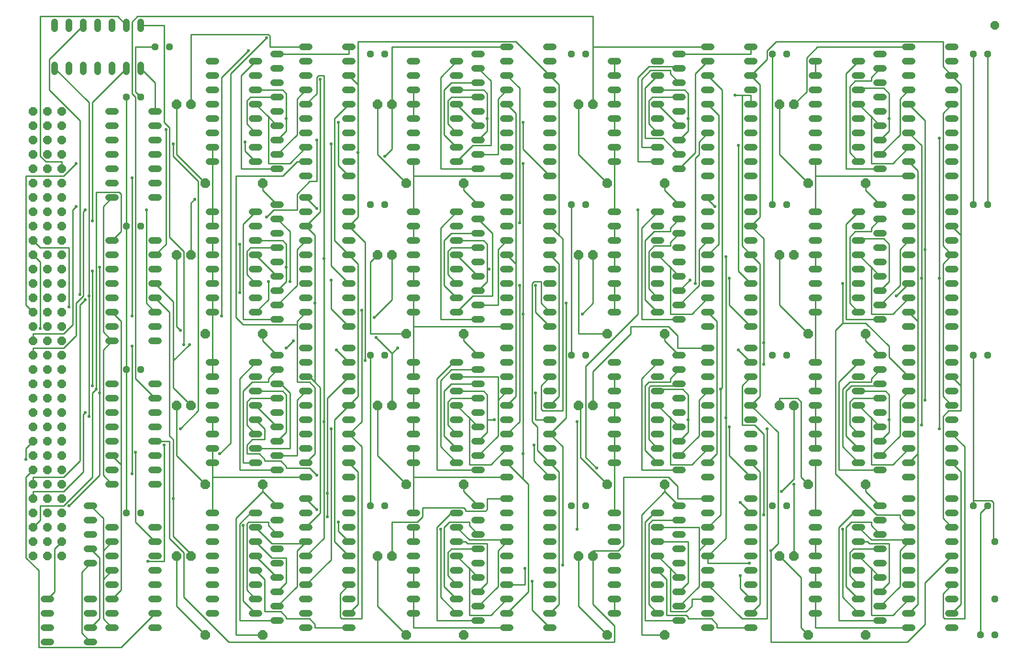
<source format=gbr>
G04 EAGLE Gerber RS-274X export*
G75*
%MOMM*%
%FSLAX34Y34*%
%LPD*%
%INBottom Copper*%
%IPPOS*%
%AMOC8*
5,1,8,0,0,1.08239X$1,22.5*%
G01*
%ADD10P,1.649562X8X202.500000*%
%ADD11P,1.319650X8X202.500000*%
%ADD12P,1.319650X8X112.500000*%
%ADD13C,1.219200*%
%ADD14P,1.319650X8X22.500000*%
%ADD15P,1.814519X8X202.500000*%
%ADD16P,1.814519X8X22.500000*%
%ADD17P,1.649562X8X22.500000*%
%ADD18C,0.254000*%
%ADD19C,0.558800*%


D10*
X50800Y177800D03*
X50800Y203200D03*
X50800Y228600D03*
X50800Y254000D03*
X50800Y279400D03*
X50800Y304800D03*
X50800Y330200D03*
X50800Y355600D03*
X50800Y381000D03*
X50800Y406400D03*
X50800Y431800D03*
X50800Y457200D03*
X50800Y482600D03*
X50800Y508000D03*
X50800Y533400D03*
X50800Y558800D03*
X76200Y177800D03*
X76200Y203200D03*
X76200Y228600D03*
X76200Y254000D03*
X76200Y279400D03*
X76200Y304800D03*
X76200Y330200D03*
X76200Y355600D03*
X76200Y381000D03*
X76200Y406400D03*
X76200Y431800D03*
X76200Y457200D03*
X76200Y482600D03*
X76200Y508000D03*
X76200Y533400D03*
X76200Y558800D03*
X101600Y177800D03*
X101600Y203200D03*
X101600Y228600D03*
X101600Y254000D03*
X101600Y279400D03*
X101600Y304800D03*
X101600Y330200D03*
X101600Y355600D03*
X101600Y381000D03*
X101600Y406400D03*
X101600Y431800D03*
X101600Y457200D03*
X101600Y482600D03*
X101600Y508000D03*
X101600Y533400D03*
X101600Y558800D03*
X50800Y584200D03*
X50800Y609600D03*
X50800Y635000D03*
X50800Y660400D03*
X50800Y685800D03*
X50800Y711200D03*
X50800Y736600D03*
X50800Y762000D03*
X50800Y787400D03*
X50800Y812800D03*
X50800Y838200D03*
X50800Y863600D03*
X50800Y889000D03*
X50800Y914400D03*
X50800Y939800D03*
X50800Y965200D03*
X76200Y584200D03*
X76200Y609600D03*
X76200Y635000D03*
X76200Y660400D03*
X76200Y685800D03*
X76200Y711200D03*
X76200Y736600D03*
X76200Y762000D03*
X76200Y787400D03*
X76200Y812800D03*
X76200Y838200D03*
X76200Y863600D03*
X76200Y889000D03*
X76200Y914400D03*
X76200Y939800D03*
X76200Y965200D03*
X101600Y584200D03*
X101600Y609600D03*
X101600Y635000D03*
X101600Y660400D03*
X101600Y685800D03*
X101600Y711200D03*
X101600Y736600D03*
X101600Y762000D03*
X101600Y787400D03*
X101600Y812800D03*
X101600Y838200D03*
X101600Y863600D03*
X101600Y889000D03*
X101600Y914400D03*
X101600Y939800D03*
X101600Y965200D03*
D11*
X1752600Y38100D03*
X1727200Y38100D03*
D12*
X1752600Y101600D03*
X1752600Y203200D03*
D13*
X539496Y1079500D02*
X527304Y1079500D01*
X527304Y1054100D02*
X539496Y1054100D01*
X539496Y927100D02*
X527304Y927100D01*
X527304Y901700D02*
X539496Y901700D01*
X539496Y1028700D02*
X527304Y1028700D01*
X527304Y1003300D02*
X539496Y1003300D01*
X539496Y952500D02*
X527304Y952500D01*
X527304Y977900D02*
X539496Y977900D01*
X539496Y876300D02*
X527304Y876300D01*
X527304Y850900D02*
X539496Y850900D01*
X603504Y850900D02*
X615696Y850900D01*
X615696Y876300D02*
X603504Y876300D01*
X603504Y901700D02*
X615696Y901700D01*
X615696Y927100D02*
X603504Y927100D01*
X603504Y952500D02*
X615696Y952500D01*
X615696Y977900D02*
X603504Y977900D01*
X603504Y1003300D02*
X615696Y1003300D01*
X615696Y1028700D02*
X603504Y1028700D01*
X603504Y1054100D02*
X615696Y1054100D01*
X615696Y1079500D02*
X603504Y1079500D01*
X488696Y1066800D02*
X476504Y1066800D01*
X476504Y1041400D02*
X488696Y1041400D01*
X488696Y1016000D02*
X476504Y1016000D01*
X476504Y990600D02*
X488696Y990600D01*
X488696Y965200D02*
X476504Y965200D01*
X476504Y939800D02*
X488696Y939800D01*
X488696Y914400D02*
X476504Y914400D01*
X476504Y889000D02*
X488696Y889000D01*
X488696Y863600D02*
X476504Y863600D01*
X527304Y812800D02*
X539496Y812800D01*
X539496Y787400D02*
X527304Y787400D01*
X527304Y660400D02*
X539496Y660400D01*
X539496Y635000D02*
X527304Y635000D01*
X527304Y762000D02*
X539496Y762000D01*
X539496Y736600D02*
X527304Y736600D01*
X527304Y685800D02*
X539496Y685800D01*
X539496Y711200D02*
X527304Y711200D01*
X527304Y609600D02*
X539496Y609600D01*
X539496Y584200D02*
X527304Y584200D01*
X603504Y584200D02*
X615696Y584200D01*
X615696Y609600D02*
X603504Y609600D01*
X603504Y635000D02*
X615696Y635000D01*
X615696Y660400D02*
X603504Y660400D01*
X603504Y685800D02*
X615696Y685800D01*
X615696Y711200D02*
X603504Y711200D01*
X603504Y736600D02*
X615696Y736600D01*
X615696Y762000D02*
X603504Y762000D01*
X603504Y787400D02*
X615696Y787400D01*
X615696Y812800D02*
X603504Y812800D01*
X488696Y800100D02*
X476504Y800100D01*
X476504Y774700D02*
X488696Y774700D01*
X488696Y749300D02*
X476504Y749300D01*
X476504Y723900D02*
X488696Y723900D01*
X488696Y698500D02*
X476504Y698500D01*
X476504Y673100D02*
X488696Y673100D01*
X488696Y647700D02*
X476504Y647700D01*
X476504Y622300D02*
X488696Y622300D01*
X488696Y596900D02*
X476504Y596900D01*
X527304Y546100D02*
X539496Y546100D01*
X539496Y520700D02*
X527304Y520700D01*
X527304Y393700D02*
X539496Y393700D01*
X539496Y368300D02*
X527304Y368300D01*
X527304Y495300D02*
X539496Y495300D01*
X539496Y469900D02*
X527304Y469900D01*
X527304Y419100D02*
X539496Y419100D01*
X539496Y444500D02*
X527304Y444500D01*
X527304Y342900D02*
X539496Y342900D01*
X539496Y317500D02*
X527304Y317500D01*
X603504Y317500D02*
X615696Y317500D01*
X615696Y342900D02*
X603504Y342900D01*
X603504Y368300D02*
X615696Y368300D01*
X615696Y393700D02*
X603504Y393700D01*
X603504Y419100D02*
X615696Y419100D01*
X615696Y444500D02*
X603504Y444500D01*
X603504Y469900D02*
X615696Y469900D01*
X615696Y495300D02*
X603504Y495300D01*
X603504Y520700D02*
X615696Y520700D01*
X615696Y546100D02*
X603504Y546100D01*
X488696Y533400D02*
X476504Y533400D01*
X476504Y508000D02*
X488696Y508000D01*
X488696Y482600D02*
X476504Y482600D01*
X476504Y457200D02*
X488696Y457200D01*
X488696Y431800D02*
X476504Y431800D01*
X476504Y406400D02*
X488696Y406400D01*
X488696Y381000D02*
X476504Y381000D01*
X476504Y355600D02*
X488696Y355600D01*
X488696Y330200D02*
X476504Y330200D01*
X527304Y279400D02*
X539496Y279400D01*
X539496Y254000D02*
X527304Y254000D01*
X527304Y127000D02*
X539496Y127000D01*
X539496Y101600D02*
X527304Y101600D01*
X527304Y228600D02*
X539496Y228600D01*
X539496Y203200D02*
X527304Y203200D01*
X527304Y152400D02*
X539496Y152400D01*
X539496Y177800D02*
X527304Y177800D01*
X527304Y76200D02*
X539496Y76200D01*
X539496Y50800D02*
X527304Y50800D01*
X603504Y50800D02*
X615696Y50800D01*
X615696Y76200D02*
X603504Y76200D01*
X603504Y101600D02*
X615696Y101600D01*
X615696Y127000D02*
X603504Y127000D01*
X603504Y152400D02*
X615696Y152400D01*
X615696Y177800D02*
X603504Y177800D01*
X603504Y203200D02*
X615696Y203200D01*
X615696Y228600D02*
X603504Y228600D01*
X603504Y254000D02*
X615696Y254000D01*
X615696Y279400D02*
X603504Y279400D01*
X488696Y266700D02*
X476504Y266700D01*
X476504Y241300D02*
X488696Y241300D01*
X488696Y215900D02*
X476504Y215900D01*
X476504Y190500D02*
X488696Y190500D01*
X488696Y165100D02*
X476504Y165100D01*
X476504Y139700D02*
X488696Y139700D01*
X488696Y114300D02*
X476504Y114300D01*
X476504Y88900D02*
X488696Y88900D01*
X488696Y63500D02*
X476504Y63500D01*
X882904Y1079500D02*
X895096Y1079500D01*
X895096Y1054100D02*
X882904Y1054100D01*
X882904Y927100D02*
X895096Y927100D01*
X895096Y901700D02*
X882904Y901700D01*
X882904Y1028700D02*
X895096Y1028700D01*
X895096Y1003300D02*
X882904Y1003300D01*
X882904Y952500D02*
X895096Y952500D01*
X895096Y977900D02*
X882904Y977900D01*
X882904Y876300D02*
X895096Y876300D01*
X895096Y850900D02*
X882904Y850900D01*
X959104Y850900D02*
X971296Y850900D01*
X971296Y876300D02*
X959104Y876300D01*
X959104Y901700D02*
X971296Y901700D01*
X971296Y927100D02*
X959104Y927100D01*
X959104Y952500D02*
X971296Y952500D01*
X971296Y977900D02*
X959104Y977900D01*
X959104Y1003300D02*
X971296Y1003300D01*
X971296Y1028700D02*
X959104Y1028700D01*
X959104Y1054100D02*
X971296Y1054100D01*
X971296Y1079500D02*
X959104Y1079500D01*
X844296Y1066800D02*
X832104Y1066800D01*
X832104Y1041400D02*
X844296Y1041400D01*
X844296Y1016000D02*
X832104Y1016000D01*
X832104Y990600D02*
X844296Y990600D01*
X844296Y965200D02*
X832104Y965200D01*
X832104Y939800D02*
X844296Y939800D01*
X844296Y914400D02*
X832104Y914400D01*
X832104Y889000D02*
X844296Y889000D01*
X844296Y863600D02*
X832104Y863600D01*
X882904Y812800D02*
X895096Y812800D01*
X895096Y787400D02*
X882904Y787400D01*
X882904Y660400D02*
X895096Y660400D01*
X895096Y635000D02*
X882904Y635000D01*
X882904Y762000D02*
X895096Y762000D01*
X895096Y736600D02*
X882904Y736600D01*
X882904Y685800D02*
X895096Y685800D01*
X895096Y711200D02*
X882904Y711200D01*
X882904Y609600D02*
X895096Y609600D01*
X895096Y584200D02*
X882904Y584200D01*
X959104Y584200D02*
X971296Y584200D01*
X971296Y609600D02*
X959104Y609600D01*
X959104Y635000D02*
X971296Y635000D01*
X971296Y660400D02*
X959104Y660400D01*
X959104Y685800D02*
X971296Y685800D01*
X971296Y711200D02*
X959104Y711200D01*
X959104Y736600D02*
X971296Y736600D01*
X971296Y762000D02*
X959104Y762000D01*
X959104Y787400D02*
X971296Y787400D01*
X971296Y812800D02*
X959104Y812800D01*
X844296Y800100D02*
X832104Y800100D01*
X832104Y774700D02*
X844296Y774700D01*
X844296Y749300D02*
X832104Y749300D01*
X832104Y723900D02*
X844296Y723900D01*
X844296Y698500D02*
X832104Y698500D01*
X832104Y673100D02*
X844296Y673100D01*
X844296Y647700D02*
X832104Y647700D01*
X832104Y622300D02*
X844296Y622300D01*
X844296Y596900D02*
X832104Y596900D01*
X882904Y546100D02*
X895096Y546100D01*
X895096Y520700D02*
X882904Y520700D01*
X882904Y393700D02*
X895096Y393700D01*
X895096Y368300D02*
X882904Y368300D01*
X882904Y495300D02*
X895096Y495300D01*
X895096Y469900D02*
X882904Y469900D01*
X882904Y419100D02*
X895096Y419100D01*
X895096Y444500D02*
X882904Y444500D01*
X882904Y342900D02*
X895096Y342900D01*
X895096Y317500D02*
X882904Y317500D01*
X959104Y317500D02*
X971296Y317500D01*
X971296Y342900D02*
X959104Y342900D01*
X959104Y368300D02*
X971296Y368300D01*
X971296Y393700D02*
X959104Y393700D01*
X959104Y419100D02*
X971296Y419100D01*
X971296Y444500D02*
X959104Y444500D01*
X959104Y469900D02*
X971296Y469900D01*
X971296Y495300D02*
X959104Y495300D01*
X959104Y520700D02*
X971296Y520700D01*
X971296Y546100D02*
X959104Y546100D01*
X844296Y533400D02*
X832104Y533400D01*
X832104Y508000D02*
X844296Y508000D01*
X844296Y482600D02*
X832104Y482600D01*
X832104Y457200D02*
X844296Y457200D01*
X844296Y431800D02*
X832104Y431800D01*
X832104Y406400D02*
X844296Y406400D01*
X844296Y381000D02*
X832104Y381000D01*
X832104Y355600D02*
X844296Y355600D01*
X844296Y330200D02*
X832104Y330200D01*
X882904Y279400D02*
X895096Y279400D01*
X895096Y254000D02*
X882904Y254000D01*
X882904Y127000D02*
X895096Y127000D01*
X895096Y101600D02*
X882904Y101600D01*
X882904Y228600D02*
X895096Y228600D01*
X895096Y203200D02*
X882904Y203200D01*
X882904Y152400D02*
X895096Y152400D01*
X895096Y177800D02*
X882904Y177800D01*
X882904Y76200D02*
X895096Y76200D01*
X895096Y50800D02*
X882904Y50800D01*
X959104Y50800D02*
X971296Y50800D01*
X971296Y76200D02*
X959104Y76200D01*
X959104Y101600D02*
X971296Y101600D01*
X971296Y127000D02*
X959104Y127000D01*
X959104Y152400D02*
X971296Y152400D01*
X971296Y177800D02*
X959104Y177800D01*
X959104Y203200D02*
X971296Y203200D01*
X971296Y228600D02*
X959104Y228600D01*
X959104Y254000D02*
X971296Y254000D01*
X971296Y279400D02*
X959104Y279400D01*
X844296Y266700D02*
X832104Y266700D01*
X832104Y241300D02*
X844296Y241300D01*
X844296Y215900D02*
X832104Y215900D01*
X832104Y190500D02*
X844296Y190500D01*
X844296Y165100D02*
X832104Y165100D01*
X832104Y139700D02*
X844296Y139700D01*
X844296Y114300D02*
X832104Y114300D01*
X832104Y88900D02*
X844296Y88900D01*
X844296Y63500D02*
X832104Y63500D01*
X1238504Y1079500D02*
X1250696Y1079500D01*
X1250696Y1054100D02*
X1238504Y1054100D01*
X1238504Y927100D02*
X1250696Y927100D01*
X1250696Y901700D02*
X1238504Y901700D01*
X1238504Y1028700D02*
X1250696Y1028700D01*
X1250696Y1003300D02*
X1238504Y1003300D01*
X1238504Y952500D02*
X1250696Y952500D01*
X1250696Y977900D02*
X1238504Y977900D01*
X1238504Y876300D02*
X1250696Y876300D01*
X1250696Y850900D02*
X1238504Y850900D01*
X1314704Y850900D02*
X1326896Y850900D01*
X1326896Y876300D02*
X1314704Y876300D01*
X1314704Y901700D02*
X1326896Y901700D01*
X1326896Y927100D02*
X1314704Y927100D01*
X1314704Y952500D02*
X1326896Y952500D01*
X1326896Y977900D02*
X1314704Y977900D01*
X1314704Y1003300D02*
X1326896Y1003300D01*
X1326896Y1028700D02*
X1314704Y1028700D01*
X1314704Y1054100D02*
X1326896Y1054100D01*
X1326896Y1079500D02*
X1314704Y1079500D01*
X1199896Y1066800D02*
X1187704Y1066800D01*
X1187704Y1041400D02*
X1199896Y1041400D01*
X1199896Y1016000D02*
X1187704Y1016000D01*
X1187704Y990600D02*
X1199896Y990600D01*
X1199896Y965200D02*
X1187704Y965200D01*
X1187704Y939800D02*
X1199896Y939800D01*
X1199896Y914400D02*
X1187704Y914400D01*
X1187704Y889000D02*
X1199896Y889000D01*
X1199896Y863600D02*
X1187704Y863600D01*
X1238504Y812800D02*
X1250696Y812800D01*
X1250696Y787400D02*
X1238504Y787400D01*
X1238504Y660400D02*
X1250696Y660400D01*
X1250696Y635000D02*
X1238504Y635000D01*
X1238504Y762000D02*
X1250696Y762000D01*
X1250696Y736600D02*
X1238504Y736600D01*
X1238504Y685800D02*
X1250696Y685800D01*
X1250696Y711200D02*
X1238504Y711200D01*
X1238504Y609600D02*
X1250696Y609600D01*
X1250696Y584200D02*
X1238504Y584200D01*
X1314704Y584200D02*
X1326896Y584200D01*
X1326896Y609600D02*
X1314704Y609600D01*
X1314704Y635000D02*
X1326896Y635000D01*
X1326896Y660400D02*
X1314704Y660400D01*
X1314704Y685800D02*
X1326896Y685800D01*
X1326896Y711200D02*
X1314704Y711200D01*
X1314704Y736600D02*
X1326896Y736600D01*
X1326896Y762000D02*
X1314704Y762000D01*
X1314704Y787400D02*
X1326896Y787400D01*
X1326896Y812800D02*
X1314704Y812800D01*
X1199896Y800100D02*
X1187704Y800100D01*
X1187704Y774700D02*
X1199896Y774700D01*
X1199896Y749300D02*
X1187704Y749300D01*
X1187704Y723900D02*
X1199896Y723900D01*
X1199896Y698500D02*
X1187704Y698500D01*
X1187704Y673100D02*
X1199896Y673100D01*
X1199896Y647700D02*
X1187704Y647700D01*
X1187704Y622300D02*
X1199896Y622300D01*
X1199896Y596900D02*
X1187704Y596900D01*
X1238504Y546100D02*
X1250696Y546100D01*
X1250696Y520700D02*
X1238504Y520700D01*
X1238504Y393700D02*
X1250696Y393700D01*
X1250696Y368300D02*
X1238504Y368300D01*
X1238504Y495300D02*
X1250696Y495300D01*
X1250696Y469900D02*
X1238504Y469900D01*
X1238504Y419100D02*
X1250696Y419100D01*
X1250696Y444500D02*
X1238504Y444500D01*
X1238504Y342900D02*
X1250696Y342900D01*
X1250696Y317500D02*
X1238504Y317500D01*
X1314704Y317500D02*
X1326896Y317500D01*
X1326896Y342900D02*
X1314704Y342900D01*
X1314704Y368300D02*
X1326896Y368300D01*
X1326896Y393700D02*
X1314704Y393700D01*
X1314704Y419100D02*
X1326896Y419100D01*
X1326896Y444500D02*
X1314704Y444500D01*
X1314704Y469900D02*
X1326896Y469900D01*
X1326896Y495300D02*
X1314704Y495300D01*
X1314704Y520700D02*
X1326896Y520700D01*
X1326896Y546100D02*
X1314704Y546100D01*
X1199896Y533400D02*
X1187704Y533400D01*
X1187704Y508000D02*
X1199896Y508000D01*
X1199896Y482600D02*
X1187704Y482600D01*
X1187704Y457200D02*
X1199896Y457200D01*
X1199896Y431800D02*
X1187704Y431800D01*
X1187704Y406400D02*
X1199896Y406400D01*
X1199896Y381000D02*
X1187704Y381000D01*
X1187704Y355600D02*
X1199896Y355600D01*
X1199896Y330200D02*
X1187704Y330200D01*
X1238504Y279400D02*
X1250696Y279400D01*
X1250696Y254000D02*
X1238504Y254000D01*
X1238504Y127000D02*
X1250696Y127000D01*
X1250696Y101600D02*
X1238504Y101600D01*
X1238504Y228600D02*
X1250696Y228600D01*
X1250696Y203200D02*
X1238504Y203200D01*
X1238504Y152400D02*
X1250696Y152400D01*
X1250696Y177800D02*
X1238504Y177800D01*
X1238504Y76200D02*
X1250696Y76200D01*
X1250696Y50800D02*
X1238504Y50800D01*
X1314704Y50800D02*
X1326896Y50800D01*
X1326896Y76200D02*
X1314704Y76200D01*
X1314704Y101600D02*
X1326896Y101600D01*
X1326896Y127000D02*
X1314704Y127000D01*
X1314704Y152400D02*
X1326896Y152400D01*
X1326896Y177800D02*
X1314704Y177800D01*
X1314704Y203200D02*
X1326896Y203200D01*
X1326896Y228600D02*
X1314704Y228600D01*
X1314704Y254000D02*
X1326896Y254000D01*
X1326896Y279400D02*
X1314704Y279400D01*
X1199896Y266700D02*
X1187704Y266700D01*
X1187704Y241300D02*
X1199896Y241300D01*
X1199896Y215900D02*
X1187704Y215900D01*
X1187704Y190500D02*
X1199896Y190500D01*
X1199896Y165100D02*
X1187704Y165100D01*
X1187704Y139700D02*
X1199896Y139700D01*
X1199896Y114300D02*
X1187704Y114300D01*
X1187704Y88900D02*
X1199896Y88900D01*
X1199896Y63500D02*
X1187704Y63500D01*
X1594104Y1079500D02*
X1606296Y1079500D01*
X1606296Y1054100D02*
X1594104Y1054100D01*
X1594104Y927100D02*
X1606296Y927100D01*
X1606296Y901700D02*
X1594104Y901700D01*
X1594104Y1028700D02*
X1606296Y1028700D01*
X1606296Y1003300D02*
X1594104Y1003300D01*
X1594104Y952500D02*
X1606296Y952500D01*
X1606296Y977900D02*
X1594104Y977900D01*
X1594104Y876300D02*
X1606296Y876300D01*
X1606296Y850900D02*
X1594104Y850900D01*
X1670304Y850900D02*
X1682496Y850900D01*
X1682496Y876300D02*
X1670304Y876300D01*
X1670304Y901700D02*
X1682496Y901700D01*
X1682496Y927100D02*
X1670304Y927100D01*
X1670304Y952500D02*
X1682496Y952500D01*
X1682496Y977900D02*
X1670304Y977900D01*
X1670304Y1003300D02*
X1682496Y1003300D01*
X1682496Y1028700D02*
X1670304Y1028700D01*
X1670304Y1054100D02*
X1682496Y1054100D01*
X1682496Y1079500D02*
X1670304Y1079500D01*
X1555496Y1066800D02*
X1543304Y1066800D01*
X1543304Y1041400D02*
X1555496Y1041400D01*
X1555496Y1016000D02*
X1543304Y1016000D01*
X1543304Y990600D02*
X1555496Y990600D01*
X1555496Y965200D02*
X1543304Y965200D01*
X1543304Y939800D02*
X1555496Y939800D01*
X1555496Y914400D02*
X1543304Y914400D01*
X1543304Y889000D02*
X1555496Y889000D01*
X1555496Y863600D02*
X1543304Y863600D01*
X1594104Y812800D02*
X1606296Y812800D01*
X1606296Y787400D02*
X1594104Y787400D01*
X1594104Y660400D02*
X1606296Y660400D01*
X1606296Y635000D02*
X1594104Y635000D01*
X1594104Y762000D02*
X1606296Y762000D01*
X1606296Y736600D02*
X1594104Y736600D01*
X1594104Y685800D02*
X1606296Y685800D01*
X1606296Y711200D02*
X1594104Y711200D01*
X1594104Y609600D02*
X1606296Y609600D01*
X1606296Y584200D02*
X1594104Y584200D01*
X1670304Y584200D02*
X1682496Y584200D01*
X1682496Y609600D02*
X1670304Y609600D01*
X1670304Y635000D02*
X1682496Y635000D01*
X1682496Y660400D02*
X1670304Y660400D01*
X1670304Y685800D02*
X1682496Y685800D01*
X1682496Y711200D02*
X1670304Y711200D01*
X1670304Y736600D02*
X1682496Y736600D01*
X1682496Y762000D02*
X1670304Y762000D01*
X1670304Y787400D02*
X1682496Y787400D01*
X1682496Y812800D02*
X1670304Y812800D01*
X1555496Y800100D02*
X1543304Y800100D01*
X1543304Y774700D02*
X1555496Y774700D01*
X1555496Y749300D02*
X1543304Y749300D01*
X1543304Y723900D02*
X1555496Y723900D01*
X1555496Y698500D02*
X1543304Y698500D01*
X1543304Y673100D02*
X1555496Y673100D01*
X1555496Y647700D02*
X1543304Y647700D01*
X1543304Y622300D02*
X1555496Y622300D01*
X1555496Y596900D02*
X1543304Y596900D01*
X1594104Y546100D02*
X1606296Y546100D01*
X1606296Y520700D02*
X1594104Y520700D01*
X1594104Y393700D02*
X1606296Y393700D01*
X1606296Y368300D02*
X1594104Y368300D01*
X1594104Y495300D02*
X1606296Y495300D01*
X1606296Y469900D02*
X1594104Y469900D01*
X1594104Y419100D02*
X1606296Y419100D01*
X1606296Y444500D02*
X1594104Y444500D01*
X1594104Y342900D02*
X1606296Y342900D01*
X1606296Y317500D02*
X1594104Y317500D01*
X1670304Y317500D02*
X1682496Y317500D01*
X1682496Y342900D02*
X1670304Y342900D01*
X1670304Y368300D02*
X1682496Y368300D01*
X1682496Y393700D02*
X1670304Y393700D01*
X1670304Y419100D02*
X1682496Y419100D01*
X1682496Y444500D02*
X1670304Y444500D01*
X1670304Y469900D02*
X1682496Y469900D01*
X1682496Y495300D02*
X1670304Y495300D01*
X1670304Y520700D02*
X1682496Y520700D01*
X1682496Y546100D02*
X1670304Y546100D01*
X1555496Y533400D02*
X1543304Y533400D01*
X1543304Y508000D02*
X1555496Y508000D01*
X1555496Y482600D02*
X1543304Y482600D01*
X1543304Y457200D02*
X1555496Y457200D01*
X1555496Y431800D02*
X1543304Y431800D01*
X1543304Y406400D02*
X1555496Y406400D01*
X1555496Y381000D02*
X1543304Y381000D01*
X1543304Y355600D02*
X1555496Y355600D01*
X1555496Y330200D02*
X1543304Y330200D01*
X1594104Y279400D02*
X1606296Y279400D01*
X1606296Y254000D02*
X1594104Y254000D01*
X1594104Y127000D02*
X1606296Y127000D01*
X1606296Y101600D02*
X1594104Y101600D01*
X1594104Y228600D02*
X1606296Y228600D01*
X1606296Y203200D02*
X1594104Y203200D01*
X1594104Y152400D02*
X1606296Y152400D01*
X1606296Y177800D02*
X1594104Y177800D01*
X1594104Y76200D02*
X1606296Y76200D01*
X1606296Y50800D02*
X1594104Y50800D01*
X1670304Y50800D02*
X1682496Y50800D01*
X1682496Y76200D02*
X1670304Y76200D01*
X1670304Y101600D02*
X1682496Y101600D01*
X1682496Y127000D02*
X1670304Y127000D01*
X1670304Y152400D02*
X1682496Y152400D01*
X1682496Y177800D02*
X1670304Y177800D01*
X1670304Y203200D02*
X1682496Y203200D01*
X1682496Y228600D02*
X1670304Y228600D01*
X1670304Y254000D02*
X1682496Y254000D01*
X1682496Y279400D02*
X1670304Y279400D01*
X1555496Y266700D02*
X1543304Y266700D01*
X1543304Y241300D02*
X1555496Y241300D01*
X1555496Y215900D02*
X1543304Y215900D01*
X1543304Y190500D02*
X1555496Y190500D01*
X1555496Y165100D02*
X1543304Y165100D01*
X1543304Y139700D02*
X1555496Y139700D01*
X1555496Y114300D02*
X1543304Y114300D01*
X1543304Y88900D02*
X1555496Y88900D01*
X1555496Y63500D02*
X1543304Y63500D01*
X196596Y965200D02*
X184404Y965200D01*
X184404Y939800D02*
X196596Y939800D01*
X196596Y812800D02*
X184404Y812800D01*
X260604Y812800D02*
X272796Y812800D01*
X196596Y914400D02*
X184404Y914400D01*
X184404Y889000D02*
X196596Y889000D01*
X196596Y838200D02*
X184404Y838200D01*
X184404Y863600D02*
X196596Y863600D01*
X260604Y838200D02*
X272796Y838200D01*
X272796Y863600D02*
X260604Y863600D01*
X260604Y889000D02*
X272796Y889000D01*
X272796Y914400D02*
X260604Y914400D01*
X260604Y939800D02*
X272796Y939800D01*
X272796Y965200D02*
X260604Y965200D01*
X196596Y736600D02*
X184404Y736600D01*
X184404Y711200D02*
X196596Y711200D01*
X196596Y584200D02*
X184404Y584200D01*
X184404Y558800D02*
X196596Y558800D01*
X196596Y685800D02*
X184404Y685800D01*
X184404Y660400D02*
X196596Y660400D01*
X196596Y609600D02*
X184404Y609600D01*
X184404Y635000D02*
X196596Y635000D01*
X260604Y558800D02*
X272796Y558800D01*
X272796Y584200D02*
X260604Y584200D01*
X260604Y609600D02*
X272796Y609600D01*
X272796Y635000D02*
X260604Y635000D01*
X260604Y660400D02*
X272796Y660400D01*
X272796Y685800D02*
X260604Y685800D01*
X260604Y711200D02*
X272796Y711200D01*
X272796Y736600D02*
X260604Y736600D01*
X196596Y482600D02*
X184404Y482600D01*
X184404Y457200D02*
X196596Y457200D01*
X196596Y330200D02*
X184404Y330200D01*
X184404Y304800D02*
X196596Y304800D01*
X196596Y431800D02*
X184404Y431800D01*
X184404Y406400D02*
X196596Y406400D01*
X196596Y355600D02*
X184404Y355600D01*
X184404Y381000D02*
X196596Y381000D01*
X260604Y304800D02*
X272796Y304800D01*
X272796Y330200D02*
X260604Y330200D01*
X260604Y355600D02*
X272796Y355600D01*
X272796Y381000D02*
X260604Y381000D01*
X260604Y406400D02*
X272796Y406400D01*
X272796Y431800D02*
X260604Y431800D01*
X260604Y457200D02*
X272796Y457200D01*
X272796Y482600D02*
X260604Y482600D01*
X438404Y876300D02*
X450596Y876300D01*
X450596Y901700D02*
X438404Y901700D01*
X438404Y1028700D02*
X450596Y1028700D01*
X450596Y1054100D02*
X438404Y1054100D01*
X438404Y927100D02*
X450596Y927100D01*
X450596Y952500D02*
X438404Y952500D01*
X438404Y1003300D02*
X450596Y1003300D01*
X450596Y977900D02*
X438404Y977900D01*
X374396Y1054100D02*
X362204Y1054100D01*
X362204Y1028700D02*
X374396Y1028700D01*
X374396Y1003300D02*
X362204Y1003300D01*
X362204Y977900D02*
X374396Y977900D01*
X374396Y952500D02*
X362204Y952500D01*
X362204Y927100D02*
X374396Y927100D01*
X374396Y901700D02*
X362204Y901700D01*
X362204Y876300D02*
X374396Y876300D01*
X438404Y609600D02*
X450596Y609600D01*
X450596Y635000D02*
X438404Y635000D01*
X438404Y762000D02*
X450596Y762000D01*
X450596Y787400D02*
X438404Y787400D01*
X438404Y660400D02*
X450596Y660400D01*
X450596Y685800D02*
X438404Y685800D01*
X438404Y736600D02*
X450596Y736600D01*
X450596Y711200D02*
X438404Y711200D01*
X374396Y787400D02*
X362204Y787400D01*
X362204Y762000D02*
X374396Y762000D01*
X374396Y736600D02*
X362204Y736600D01*
X362204Y711200D02*
X374396Y711200D01*
X374396Y685800D02*
X362204Y685800D01*
X362204Y660400D02*
X374396Y660400D01*
X374396Y635000D02*
X362204Y635000D01*
X362204Y609600D02*
X374396Y609600D01*
X438404Y342900D02*
X450596Y342900D01*
X450596Y368300D02*
X438404Y368300D01*
X438404Y495300D02*
X450596Y495300D01*
X450596Y520700D02*
X438404Y520700D01*
X438404Y393700D02*
X450596Y393700D01*
X450596Y419100D02*
X438404Y419100D01*
X438404Y469900D02*
X450596Y469900D01*
X450596Y444500D02*
X438404Y444500D01*
X374396Y520700D02*
X362204Y520700D01*
X362204Y495300D02*
X374396Y495300D01*
X374396Y469900D02*
X362204Y469900D01*
X362204Y444500D02*
X374396Y444500D01*
X374396Y419100D02*
X362204Y419100D01*
X362204Y393700D02*
X374396Y393700D01*
X374396Y368300D02*
X362204Y368300D01*
X362204Y342900D02*
X374396Y342900D01*
X438404Y76200D02*
X450596Y76200D01*
X450596Y101600D02*
X438404Y101600D01*
X438404Y228600D02*
X450596Y228600D01*
X450596Y254000D02*
X438404Y254000D01*
X438404Y127000D02*
X450596Y127000D01*
X450596Y152400D02*
X438404Y152400D01*
X438404Y203200D02*
X450596Y203200D01*
X450596Y177800D02*
X438404Y177800D01*
X374396Y254000D02*
X362204Y254000D01*
X362204Y228600D02*
X374396Y228600D01*
X374396Y203200D02*
X362204Y203200D01*
X362204Y177800D02*
X374396Y177800D01*
X374396Y152400D02*
X362204Y152400D01*
X362204Y127000D02*
X374396Y127000D01*
X374396Y101600D02*
X362204Y101600D01*
X362204Y76200D02*
X374396Y76200D01*
X794004Y876300D02*
X806196Y876300D01*
X806196Y901700D02*
X794004Y901700D01*
X794004Y1028700D02*
X806196Y1028700D01*
X806196Y1054100D02*
X794004Y1054100D01*
X794004Y927100D02*
X806196Y927100D01*
X806196Y952500D02*
X794004Y952500D01*
X794004Y1003300D02*
X806196Y1003300D01*
X806196Y977900D02*
X794004Y977900D01*
X729996Y1054100D02*
X717804Y1054100D01*
X717804Y1028700D02*
X729996Y1028700D01*
X729996Y1003300D02*
X717804Y1003300D01*
X717804Y977900D02*
X729996Y977900D01*
X729996Y952500D02*
X717804Y952500D01*
X717804Y927100D02*
X729996Y927100D01*
X729996Y901700D02*
X717804Y901700D01*
X717804Y876300D02*
X729996Y876300D01*
X794004Y609600D02*
X806196Y609600D01*
X806196Y635000D02*
X794004Y635000D01*
X794004Y762000D02*
X806196Y762000D01*
X806196Y787400D02*
X794004Y787400D01*
X794004Y660400D02*
X806196Y660400D01*
X806196Y685800D02*
X794004Y685800D01*
X794004Y736600D02*
X806196Y736600D01*
X806196Y711200D02*
X794004Y711200D01*
X729996Y787400D02*
X717804Y787400D01*
X717804Y762000D02*
X729996Y762000D01*
X729996Y736600D02*
X717804Y736600D01*
X717804Y711200D02*
X729996Y711200D01*
X729996Y685800D02*
X717804Y685800D01*
X717804Y660400D02*
X729996Y660400D01*
X729996Y635000D02*
X717804Y635000D01*
X717804Y609600D02*
X729996Y609600D01*
X794004Y342900D02*
X806196Y342900D01*
X806196Y368300D02*
X794004Y368300D01*
X794004Y495300D02*
X806196Y495300D01*
X806196Y520700D02*
X794004Y520700D01*
X794004Y393700D02*
X806196Y393700D01*
X806196Y419100D02*
X794004Y419100D01*
X794004Y469900D02*
X806196Y469900D01*
X806196Y444500D02*
X794004Y444500D01*
X729996Y520700D02*
X717804Y520700D01*
X717804Y495300D02*
X729996Y495300D01*
X729996Y469900D02*
X717804Y469900D01*
X717804Y444500D02*
X729996Y444500D01*
X729996Y419100D02*
X717804Y419100D01*
X717804Y393700D02*
X729996Y393700D01*
X729996Y368300D02*
X717804Y368300D01*
X717804Y342900D02*
X729996Y342900D01*
X794004Y76200D02*
X806196Y76200D01*
X806196Y101600D02*
X794004Y101600D01*
X794004Y228600D02*
X806196Y228600D01*
X806196Y254000D02*
X794004Y254000D01*
X794004Y127000D02*
X806196Y127000D01*
X806196Y152400D02*
X794004Y152400D01*
X794004Y203200D02*
X806196Y203200D01*
X806196Y177800D02*
X794004Y177800D01*
X729996Y254000D02*
X717804Y254000D01*
X717804Y228600D02*
X729996Y228600D01*
X729996Y203200D02*
X717804Y203200D01*
X717804Y177800D02*
X729996Y177800D01*
X729996Y152400D02*
X717804Y152400D01*
X717804Y127000D02*
X729996Y127000D01*
X729996Y101600D02*
X717804Y101600D01*
X717804Y76200D02*
X729996Y76200D01*
X1149604Y876300D02*
X1161796Y876300D01*
X1161796Y901700D02*
X1149604Y901700D01*
X1149604Y1028700D02*
X1161796Y1028700D01*
X1161796Y1054100D02*
X1149604Y1054100D01*
X1149604Y927100D02*
X1161796Y927100D01*
X1161796Y952500D02*
X1149604Y952500D01*
X1149604Y1003300D02*
X1161796Y1003300D01*
X1161796Y977900D02*
X1149604Y977900D01*
X1085596Y1054100D02*
X1073404Y1054100D01*
X1073404Y1028700D02*
X1085596Y1028700D01*
X1085596Y1003300D02*
X1073404Y1003300D01*
X1073404Y977900D02*
X1085596Y977900D01*
X1085596Y952500D02*
X1073404Y952500D01*
X1073404Y927100D02*
X1085596Y927100D01*
X1085596Y901700D02*
X1073404Y901700D01*
X1073404Y876300D02*
X1085596Y876300D01*
X1149604Y609600D02*
X1161796Y609600D01*
X1161796Y635000D02*
X1149604Y635000D01*
X1149604Y762000D02*
X1161796Y762000D01*
X1161796Y787400D02*
X1149604Y787400D01*
X1149604Y660400D02*
X1161796Y660400D01*
X1161796Y685800D02*
X1149604Y685800D01*
X1149604Y736600D02*
X1161796Y736600D01*
X1161796Y711200D02*
X1149604Y711200D01*
X1085596Y787400D02*
X1073404Y787400D01*
X1073404Y762000D02*
X1085596Y762000D01*
X1085596Y736600D02*
X1073404Y736600D01*
X1073404Y711200D02*
X1085596Y711200D01*
X1085596Y685800D02*
X1073404Y685800D01*
X1073404Y660400D02*
X1085596Y660400D01*
X1085596Y635000D02*
X1073404Y635000D01*
X1073404Y609600D02*
X1085596Y609600D01*
X1149604Y342900D02*
X1161796Y342900D01*
X1161796Y368300D02*
X1149604Y368300D01*
X1149604Y495300D02*
X1161796Y495300D01*
X1161796Y520700D02*
X1149604Y520700D01*
X1149604Y393700D02*
X1161796Y393700D01*
X1161796Y419100D02*
X1149604Y419100D01*
X1149604Y469900D02*
X1161796Y469900D01*
X1161796Y444500D02*
X1149604Y444500D01*
X1085596Y520700D02*
X1073404Y520700D01*
X1073404Y495300D02*
X1085596Y495300D01*
X1085596Y469900D02*
X1073404Y469900D01*
X1073404Y444500D02*
X1085596Y444500D01*
X1085596Y419100D02*
X1073404Y419100D01*
X1073404Y393700D02*
X1085596Y393700D01*
X1085596Y368300D02*
X1073404Y368300D01*
X1073404Y342900D02*
X1085596Y342900D01*
X1149604Y76200D02*
X1161796Y76200D01*
X1161796Y101600D02*
X1149604Y101600D01*
X1149604Y228600D02*
X1161796Y228600D01*
X1161796Y254000D02*
X1149604Y254000D01*
X1149604Y127000D02*
X1161796Y127000D01*
X1161796Y152400D02*
X1149604Y152400D01*
X1149604Y203200D02*
X1161796Y203200D01*
X1161796Y177800D02*
X1149604Y177800D01*
X1085596Y254000D02*
X1073404Y254000D01*
X1073404Y228600D02*
X1085596Y228600D01*
X1085596Y203200D02*
X1073404Y203200D01*
X1073404Y177800D02*
X1085596Y177800D01*
X1085596Y152400D02*
X1073404Y152400D01*
X1073404Y127000D02*
X1085596Y127000D01*
X1085596Y101600D02*
X1073404Y101600D01*
X1073404Y76200D02*
X1085596Y76200D01*
X1505204Y876300D02*
X1517396Y876300D01*
X1517396Y901700D02*
X1505204Y901700D01*
X1505204Y1028700D02*
X1517396Y1028700D01*
X1517396Y1054100D02*
X1505204Y1054100D01*
X1505204Y927100D02*
X1517396Y927100D01*
X1517396Y952500D02*
X1505204Y952500D01*
X1505204Y1003300D02*
X1517396Y1003300D01*
X1517396Y977900D02*
X1505204Y977900D01*
X1441196Y1054100D02*
X1429004Y1054100D01*
X1429004Y1028700D02*
X1441196Y1028700D01*
X1441196Y1003300D02*
X1429004Y1003300D01*
X1429004Y977900D02*
X1441196Y977900D01*
X1441196Y952500D02*
X1429004Y952500D01*
X1429004Y927100D02*
X1441196Y927100D01*
X1441196Y901700D02*
X1429004Y901700D01*
X1429004Y876300D02*
X1441196Y876300D01*
X1505204Y609600D02*
X1517396Y609600D01*
X1517396Y635000D02*
X1505204Y635000D01*
X1505204Y762000D02*
X1517396Y762000D01*
X1517396Y787400D02*
X1505204Y787400D01*
X1505204Y660400D02*
X1517396Y660400D01*
X1517396Y685800D02*
X1505204Y685800D01*
X1505204Y736600D02*
X1517396Y736600D01*
X1517396Y711200D02*
X1505204Y711200D01*
X1441196Y787400D02*
X1429004Y787400D01*
X1429004Y762000D02*
X1441196Y762000D01*
X1441196Y736600D02*
X1429004Y736600D01*
X1429004Y711200D02*
X1441196Y711200D01*
X1441196Y685800D02*
X1429004Y685800D01*
X1429004Y660400D02*
X1441196Y660400D01*
X1441196Y635000D02*
X1429004Y635000D01*
X1429004Y609600D02*
X1441196Y609600D01*
X1505204Y342900D02*
X1517396Y342900D01*
X1517396Y368300D02*
X1505204Y368300D01*
X1505204Y495300D02*
X1517396Y495300D01*
X1517396Y520700D02*
X1505204Y520700D01*
X1505204Y393700D02*
X1517396Y393700D01*
X1517396Y419100D02*
X1505204Y419100D01*
X1505204Y469900D02*
X1517396Y469900D01*
X1517396Y444500D02*
X1505204Y444500D01*
X1441196Y520700D02*
X1429004Y520700D01*
X1429004Y495300D02*
X1441196Y495300D01*
X1441196Y469900D02*
X1429004Y469900D01*
X1429004Y444500D02*
X1441196Y444500D01*
X1441196Y419100D02*
X1429004Y419100D01*
X1429004Y393700D02*
X1441196Y393700D01*
X1441196Y368300D02*
X1429004Y368300D01*
X1429004Y342900D02*
X1441196Y342900D01*
X1505204Y76200D02*
X1517396Y76200D01*
X1517396Y101600D02*
X1505204Y101600D01*
X1505204Y228600D02*
X1517396Y228600D01*
X1517396Y254000D02*
X1505204Y254000D01*
X1505204Y127000D02*
X1517396Y127000D01*
X1517396Y152400D02*
X1505204Y152400D01*
X1505204Y203200D02*
X1517396Y203200D01*
X1517396Y177800D02*
X1505204Y177800D01*
X1441196Y254000D02*
X1429004Y254000D01*
X1429004Y228600D02*
X1441196Y228600D01*
X1441196Y203200D02*
X1429004Y203200D01*
X1429004Y177800D02*
X1441196Y177800D01*
X1441196Y152400D02*
X1429004Y152400D01*
X1429004Y127000D02*
X1441196Y127000D01*
X1441196Y101600D02*
X1429004Y101600D01*
X1429004Y76200D02*
X1441196Y76200D01*
D14*
X647700Y1066800D03*
X673100Y1066800D03*
X647700Y800100D03*
X673100Y800100D03*
X647700Y533400D03*
X673100Y533400D03*
X647700Y266700D03*
X673100Y266700D03*
X1003300Y1066800D03*
X1028700Y1066800D03*
X1003300Y800100D03*
X1028700Y800100D03*
X1003300Y533400D03*
X1028700Y533400D03*
X1003300Y266700D03*
X1028700Y266700D03*
X1358900Y1066800D03*
X1384300Y1066800D03*
X1358900Y800100D03*
X1384300Y800100D03*
X1358900Y533400D03*
X1384300Y533400D03*
X1358900Y266700D03*
X1384300Y266700D03*
X1714500Y1066800D03*
X1739900Y1066800D03*
X1714500Y800100D03*
X1739900Y800100D03*
X1714500Y533400D03*
X1739900Y533400D03*
X1714500Y266700D03*
X1739900Y266700D03*
X215900Y990600D03*
X241300Y990600D03*
X215900Y762000D03*
X241300Y762000D03*
X215900Y508000D03*
X241300Y508000D03*
X215900Y254000D03*
X241300Y254000D03*
D13*
X196596Y228600D02*
X184404Y228600D01*
X184404Y203200D02*
X196596Y203200D01*
X196596Y76200D02*
X184404Y76200D01*
X184404Y50800D02*
X196596Y50800D01*
X196596Y177800D02*
X184404Y177800D01*
X184404Y152400D02*
X196596Y152400D01*
X196596Y101600D02*
X184404Y101600D01*
X184404Y127000D02*
X196596Y127000D01*
X260604Y50800D02*
X272796Y50800D01*
X272796Y76200D02*
X260604Y76200D01*
X260604Y101600D02*
X272796Y101600D01*
X272796Y127000D02*
X260604Y127000D01*
X260604Y152400D02*
X272796Y152400D01*
X272796Y177800D02*
X260604Y177800D01*
X260604Y203200D02*
X272796Y203200D01*
X272796Y228600D02*
X260604Y228600D01*
X241300Y1111504D02*
X241300Y1123696D01*
X215900Y1123696D02*
X215900Y1111504D01*
X88900Y1111504D02*
X88900Y1123696D01*
X88900Y1047496D02*
X88900Y1035304D01*
X190500Y1111504D02*
X190500Y1123696D01*
X165100Y1123696D02*
X165100Y1111504D01*
X114300Y1111504D02*
X114300Y1123696D01*
X139700Y1123696D02*
X139700Y1111504D01*
X114300Y1047496D02*
X114300Y1035304D01*
X139700Y1035304D02*
X139700Y1047496D01*
X165100Y1047496D02*
X165100Y1035304D01*
X190500Y1035304D02*
X190500Y1047496D01*
X215900Y1047496D02*
X215900Y1035304D01*
X241300Y1035304D02*
X241300Y1047496D01*
X82296Y101600D02*
X70104Y101600D01*
X70104Y76200D02*
X82296Y76200D01*
X146304Y76200D02*
X158496Y76200D01*
X158496Y101600D02*
X146304Y101600D01*
X82296Y50800D02*
X70104Y50800D01*
X70104Y25400D02*
X82296Y25400D01*
X146304Y50800D02*
X158496Y50800D01*
X158496Y25400D02*
X146304Y25400D01*
D11*
X292100Y1079500D03*
X266700Y1079500D03*
D13*
X158496Y266700D02*
X146304Y266700D01*
X146304Y241300D02*
X158496Y241300D01*
X158496Y215900D02*
X146304Y215900D01*
X146304Y190500D02*
X158496Y190500D01*
X158496Y165100D02*
X146304Y165100D01*
D15*
X457200Y838200D03*
X355600Y838200D03*
D16*
X304800Y977900D03*
X330200Y977900D03*
D15*
X457200Y571500D03*
X355600Y571500D03*
D16*
X304800Y711200D03*
X330200Y711200D03*
D15*
X457200Y304800D03*
X355600Y304800D03*
D16*
X304800Y444500D03*
X330200Y444500D03*
D15*
X457200Y38100D03*
X355600Y38100D03*
D16*
X304800Y177800D03*
X330200Y177800D03*
D15*
X812800Y838200D03*
X711200Y838200D03*
D16*
X660400Y977900D03*
X685800Y977900D03*
D15*
X812800Y571500D03*
X711200Y571500D03*
D16*
X660400Y711200D03*
X685800Y711200D03*
D15*
X812800Y304800D03*
X711200Y304800D03*
D16*
X660400Y444500D03*
X685800Y444500D03*
D15*
X812800Y38100D03*
X711200Y38100D03*
D16*
X660400Y177800D03*
X685800Y177800D03*
D15*
X1168400Y838200D03*
X1066800Y838200D03*
D16*
X1016000Y977900D03*
X1041400Y977900D03*
D15*
X1168400Y571500D03*
X1066800Y571500D03*
D16*
X1016000Y711200D03*
X1041400Y711200D03*
D15*
X1168400Y304800D03*
X1066800Y304800D03*
D16*
X1016000Y444500D03*
X1041400Y444500D03*
D15*
X1168400Y38100D03*
X1066800Y38100D03*
D16*
X1016000Y177800D03*
X1041400Y177800D03*
D15*
X1524000Y838200D03*
X1422400Y838200D03*
D16*
X1371600Y977900D03*
X1397000Y977900D03*
D15*
X1524000Y571500D03*
X1422400Y571500D03*
D16*
X1371600Y711200D03*
X1397000Y711200D03*
D15*
X1524000Y304800D03*
X1422400Y304800D03*
D16*
X1371600Y444500D03*
X1397000Y444500D03*
D15*
X1524000Y38100D03*
X1422400Y38100D03*
D16*
X1371600Y177800D03*
X1397000Y177800D03*
D17*
X1752600Y1117600D03*
D18*
X1079500Y101600D02*
X1079500Y76200D01*
X1079500Y342900D02*
X1079500Y368300D01*
X1079500Y393700D01*
X1079500Y419100D02*
X1079500Y444500D01*
X1079500Y469900D02*
X1079500Y495300D01*
X1079500Y342900D02*
X1079500Y254000D01*
X1079500Y876300D02*
X1079500Y901700D01*
X1079500Y927100D02*
X1079500Y952500D01*
X1079500Y1028700D02*
X1079500Y1054100D01*
X1079500Y1003300D02*
X1079500Y977900D01*
X1079500Y635000D02*
X1079500Y609600D01*
X1079500Y635000D02*
X1079500Y660400D01*
X1079500Y685800D02*
X1079500Y711200D01*
X1079500Y736600D02*
X1079500Y762000D01*
X1079500Y787400D02*
X1079500Y876300D01*
X1435100Y101600D02*
X1435100Y76200D01*
X1435100Y127000D02*
X1435100Y152400D01*
X1435100Y177800D02*
X1435100Y203200D01*
X1435100Y50800D02*
X1600200Y50800D01*
X1435100Y50800D02*
X1435100Y76200D01*
X1727200Y254000D02*
X1739900Y266700D01*
X1727200Y254000D02*
X1727200Y38100D01*
X1435100Y393700D02*
X1435100Y419100D01*
X1435100Y393700D02*
X1435100Y368300D01*
X1435100Y419100D02*
X1435100Y444500D01*
X1435100Y469900D02*
X1435100Y495300D01*
X1739900Y800100D02*
X1739900Y1066800D01*
X1435100Y635000D02*
X1435100Y609600D01*
X1435100Y685800D02*
X1435100Y711200D01*
X1435100Y1028700D02*
X1435100Y1054100D01*
X1435100Y876300D02*
X1435100Y850900D01*
X1435100Y787400D01*
X1435100Y850900D02*
X1600200Y850900D01*
X1435100Y609600D02*
X1435100Y520700D01*
X1435100Y342900D02*
X1435100Y254000D01*
X190500Y558800D02*
X174625Y574675D01*
X174625Y796925D01*
X190500Y812800D01*
X174625Y66675D02*
X190500Y50800D01*
X174625Y66675D02*
X174625Y136525D01*
X190500Y152400D01*
X174625Y187325D02*
X190500Y203200D01*
X174625Y187325D02*
X174625Y136525D01*
X174625Y244475D02*
X152400Y266700D01*
X174625Y244475D02*
X174625Y187325D01*
X174625Y542925D02*
X190500Y558800D01*
X174625Y542925D02*
X174625Y320675D01*
X190500Y304800D01*
X368300Y876300D02*
X368300Y901700D01*
X266700Y1079500D02*
X231775Y1079500D01*
X231775Y1000125D01*
X241300Y990600D01*
X368300Y635000D02*
X368300Y609600D01*
X368300Y660400D02*
X368300Y685800D01*
X368300Y762000D02*
X368300Y787400D01*
X368300Y736600D02*
X368300Y711200D01*
X368300Y368300D02*
X368300Y342900D01*
X368300Y317500D02*
X533400Y317500D01*
X368300Y317500D02*
X368300Y342900D01*
X368300Y393700D02*
X368300Y419100D01*
X368300Y495300D02*
X368300Y520700D01*
X368300Y609600D01*
X368300Y317500D02*
X368300Y254000D01*
X368300Y787400D02*
X368300Y876300D01*
X723900Y228600D02*
X723900Y203200D01*
X723900Y101600D02*
X723900Y76200D01*
X723900Y50800D02*
X889000Y50800D01*
X723900Y50800D02*
X723900Y76200D01*
X723900Y127000D02*
X723900Y152400D01*
X723900Y495300D02*
X723900Y520700D01*
X723900Y368300D02*
X723900Y342900D01*
X723900Y317500D02*
X889000Y317500D01*
X723900Y317500D02*
X723900Y342900D01*
X723900Y393700D02*
X723900Y419100D01*
X723900Y444500D02*
X723900Y469900D01*
X723900Y317500D02*
X723900Y254000D01*
X723900Y609600D02*
X723900Y635000D01*
X723900Y660400D02*
X723900Y685800D01*
X723900Y736600D02*
X723900Y762000D01*
X723900Y977900D02*
X723900Y1003300D01*
X723900Y977900D02*
X723900Y952500D01*
X723900Y850900D02*
X889000Y850900D01*
X723900Y850900D02*
X723900Y876300D01*
X723900Y850900D02*
X723900Y787400D01*
X723900Y584200D02*
X889000Y584200D01*
X723900Y584200D02*
X723900Y609600D01*
X723900Y584200D02*
X723900Y520700D01*
X482600Y533400D02*
X457200Y558800D01*
X457200Y571500D01*
X812800Y558800D02*
X838200Y533400D01*
X812800Y558800D02*
X812800Y571500D01*
X812800Y292100D02*
X838200Y266700D01*
X812800Y292100D02*
X812800Y304800D01*
X482600Y266700D02*
X457200Y292100D01*
X457200Y304800D01*
X457200Y38100D02*
X409575Y38100D01*
X409575Y244475D01*
X457200Y292100D01*
X647700Y266700D02*
X647700Y533400D01*
X1168400Y558800D02*
X1193800Y533400D01*
X1168400Y558800D02*
X1168400Y571500D01*
X1524000Y558800D02*
X1549400Y533400D01*
X1524000Y558800D02*
X1524000Y571500D01*
X1524000Y292100D02*
X1549400Y266700D01*
X1524000Y292100D02*
X1524000Y304800D01*
X1749425Y206375D02*
X1752600Y203200D01*
X1749425Y206375D02*
X1749425Y273050D01*
X1746250Y276225D01*
X1714500Y276225D01*
X1714500Y266700D01*
X1193800Y266700D02*
X1168400Y292100D01*
X1168400Y304800D01*
X1168400Y38100D02*
X1127125Y38100D01*
X1127125Y250825D01*
X1168400Y292100D01*
X1714500Y276225D02*
X1714500Y533400D01*
X1193800Y800100D02*
X1168400Y825500D01*
X1168400Y838200D01*
X482600Y800100D02*
X457200Y825500D01*
X457200Y838200D01*
X812800Y825500D02*
X838200Y800100D01*
X812800Y825500D02*
X812800Y838200D01*
X1524000Y825500D02*
X1549400Y800100D01*
X1524000Y825500D02*
X1524000Y838200D01*
X1320800Y1066800D02*
X1193800Y1066800D01*
X1320800Y1066800D02*
X1320800Y1079500D01*
X1714500Y1066800D02*
X1714500Y800100D01*
X101600Y203200D02*
X88900Y190500D01*
X88900Y114300D01*
X76200Y101600D01*
X215900Y508000D02*
X215900Y762000D01*
X482600Y1066800D02*
X609600Y1066800D01*
X609600Y1079500D01*
X266700Y1016000D02*
X241300Y1041400D01*
X266700Y1016000D02*
X266700Y965200D01*
X215900Y990600D02*
X215900Y762000D01*
X215900Y508000D02*
X215900Y254000D01*
X1358900Y800100D02*
X1358900Y1066800D01*
X1003300Y800100D02*
X1003300Y533400D01*
X558800Y254000D02*
X533400Y228600D01*
X558800Y254000D02*
X558800Y476250D01*
X549275Y485775D02*
X539750Y495300D01*
X549275Y485775D02*
X558800Y476250D01*
X539750Y495300D02*
X533400Y495300D01*
X549275Y746125D02*
X533400Y762000D01*
X549275Y625475D02*
X549275Y485775D01*
X549275Y625475D02*
X549275Y746125D01*
X1565275Y530225D02*
X1600200Y495300D01*
X1565275Y530225D02*
X1565275Y549275D01*
X1524000Y590550D01*
X1482725Y590550D01*
X1482725Y660400D01*
X1266825Y473075D02*
X1266825Y250825D01*
X1244600Y228600D01*
X1470025Y577850D02*
X1482725Y590550D01*
X1470025Y577850D02*
X1470025Y323850D01*
X1543050Y250825D01*
X1584325Y250825D01*
X1584325Y244475D01*
X1600200Y228600D01*
X911225Y768350D02*
X911225Y1006475D01*
X889000Y1028700D01*
X1270000Y476250D02*
X1266825Y473075D01*
X1270000Y476250D02*
X1270000Y1003300D01*
X1244600Y1028700D01*
X558800Y787400D02*
X533400Y762000D01*
X558800Y787400D02*
X558800Y1022350D01*
D19*
X549275Y625475D03*
X1482725Y660400D03*
X1266825Y473075D03*
X911225Y768350D03*
X558800Y1022350D03*
D18*
X565150Y415925D02*
X565150Y209550D01*
X533400Y177800D01*
X533400Y977900D02*
X552450Y996950D01*
X552450Y1025525D01*
X555625Y1028700D01*
X565150Y1028700D01*
X565150Y704850D02*
X565150Y415925D01*
X565150Y704850D02*
X565150Y1028700D01*
X1628775Y949325D02*
X1628775Y720725D01*
X1628775Y949325D02*
X1600200Y977900D01*
X1263650Y730250D02*
X1244600Y711200D01*
X1263650Y730250D02*
X1263650Y958850D01*
X1244600Y977900D01*
X1276350Y209550D02*
X1244600Y177800D01*
X1276350Y209550D02*
X1276350Y422275D01*
X1244600Y165100D02*
X1317625Y165100D01*
X1244600Y165100D02*
X1244600Y177800D01*
X1276350Y422275D02*
X1276350Y708025D01*
X1628775Y720725D02*
X1628775Y454025D01*
X904875Y460375D02*
X889000Y444500D01*
X904875Y460375D02*
X904875Y695325D01*
X889000Y711200D01*
X904875Y962025D02*
X889000Y977900D01*
X904875Y962025D02*
X904875Y695325D01*
D19*
X565150Y415925D03*
X1628775Y720725D03*
X1276350Y422275D03*
X1317625Y165100D03*
X1276350Y708025D03*
X1628775Y454025D03*
X565150Y704850D03*
D18*
X1244600Y342900D02*
X1260475Y358775D01*
X1260475Y593725D01*
X1244600Y609600D01*
X1600200Y342900D02*
X1616075Y358775D01*
X1616075Y593725D01*
X1600200Y609600D01*
X1616075Y860425D02*
X1600200Y876300D01*
X1616075Y860425D02*
X1616075Y593725D01*
X1616075Y92075D02*
X1600200Y76200D01*
X1616075Y92075D02*
X1616075Y358775D01*
X549275Y358775D02*
X533400Y342900D01*
X549275Y358775D02*
X549275Y476250D01*
X539750Y485775D01*
X517525Y485775D01*
X517525Y587375D02*
X517525Y593725D01*
X517525Y587375D02*
X517525Y485775D01*
X517525Y593725D02*
X533400Y609600D01*
X533400Y876300D02*
X517525Y876300D01*
X492125Y850900D01*
X409575Y850900D01*
X409575Y600075D01*
X422275Y587375D01*
X517525Y587375D01*
X63500Y698500D02*
X50800Y711200D01*
X63500Y698500D02*
X63500Y581025D01*
X917575Y314325D02*
X927100Y304800D01*
X917575Y314325D02*
X889000Y342900D01*
X927100Y304800D02*
X927100Y114300D01*
X889000Y76200D01*
X917575Y314325D02*
X917575Y358775D01*
X917575Y606425D01*
X917575Y873125D01*
D19*
X63500Y581025D03*
X917575Y606425D03*
X917575Y873125D03*
X917575Y358775D03*
D18*
X1676400Y76200D02*
X1692275Y92075D01*
X1692275Y327025D01*
X1676400Y342900D01*
X1336675Y92075D02*
X1320800Y76200D01*
X1336675Y92075D02*
X1336675Y327025D01*
X1320800Y342900D01*
X625475Y92075D02*
X609600Y76200D01*
X625475Y92075D02*
X625475Y327025D01*
X609600Y342900D01*
X965200Y76200D02*
X981075Y92075D01*
X981075Y327025D01*
X965200Y342900D01*
X63500Y723900D02*
X50800Y736600D01*
X63500Y723900D02*
X114300Y723900D01*
X114300Y619125D01*
X942975Y365125D02*
X965200Y342900D01*
X942975Y365125D02*
X942975Y406400D01*
X933450Y415925D01*
X933450Y660400D01*
X936625Y663575D01*
X949325Y663575D01*
X949325Y625475D01*
X965200Y609600D01*
D19*
X114300Y619125D03*
D18*
X965200Y393700D02*
X987425Y371475D01*
X987425Y161925D01*
X1654175Y669925D02*
X1654175Y917575D01*
X1676400Y127000D02*
X1660525Y111125D01*
X1660525Y69850D01*
X1663700Y66675D01*
X1698625Y66675D01*
X1698625Y371475D01*
X1676400Y393700D01*
X1654175Y403225D02*
X1654175Y669925D01*
X609600Y127000D02*
X593725Y111125D01*
X593725Y69850D01*
X596900Y66675D01*
X631825Y66675D01*
X631825Y371475D01*
X609600Y393700D01*
X577850Y692150D02*
X577850Y908050D01*
X577850Y692150D02*
X609600Y660400D01*
X1298575Y682625D02*
X1298575Y904875D01*
X1298575Y682625D02*
X1320800Y660400D01*
X476250Y790575D02*
X463550Y777875D01*
X476250Y790575D02*
X517525Y790575D01*
X517525Y819150D01*
X539750Y841375D01*
X552450Y841375D01*
X552450Y914400D01*
X631825Y415925D02*
X609600Y393700D01*
X631825Y415925D02*
X631825Y612775D01*
X965200Y393700D02*
X993775Y422275D01*
X993775Y625475D01*
D19*
X987425Y161925D03*
X1654175Y669925D03*
X1654175Y917575D03*
X1654175Y403225D03*
X577850Y908050D03*
X1298575Y904875D03*
X463550Y777875D03*
X552450Y914400D03*
X631825Y612775D03*
X993775Y625475D03*
D18*
X1660525Y727075D02*
X1676400Y711200D01*
X1660525Y727075D02*
X1660525Y962025D01*
X1676400Y977900D01*
X1676400Y711200D02*
X1660525Y695325D01*
X1660525Y460375D01*
X1676400Y444500D01*
X1368425Y200025D02*
X1355725Y187325D01*
X1368425Y200025D02*
X1368425Y396875D01*
X1320800Y444500D01*
X1320800Y993775D02*
X1304925Y993775D01*
X1292225Y993775D01*
X1320800Y993775D02*
X1320800Y977900D01*
X1304925Y727075D02*
X1320800Y711200D01*
X1304925Y727075D02*
X1304925Y993775D01*
X1336675Y460375D02*
X1320800Y444500D01*
X1336675Y460375D02*
X1336675Y695325D01*
X1320800Y711200D01*
X1676400Y177800D02*
X1628775Y130175D01*
X1628775Y57150D01*
X1597025Y25400D01*
X1355725Y25400D01*
X1355725Y187325D01*
X1012825Y225425D02*
X1012825Y415925D01*
X981075Y695325D02*
X965200Y711200D01*
X981075Y695325D02*
X981075Y460375D01*
X965200Y444500D01*
X609600Y177800D02*
X584200Y203200D01*
X584200Y419100D01*
X609600Y444500D01*
X625475Y695325D02*
X609600Y711200D01*
X625475Y695325D02*
X625475Y460375D01*
X609600Y444500D01*
X584200Y952500D02*
X609600Y977900D01*
X584200Y952500D02*
X584200Y736600D01*
X609600Y711200D01*
D19*
X1355725Y187325D03*
X1292225Y993775D03*
X1012825Y225425D03*
X1012825Y415925D03*
D18*
X577850Y171450D02*
X533400Y127000D01*
X577850Y171450D02*
X577850Y403225D01*
X889000Y393700D02*
X911225Y415925D01*
X911225Y657225D01*
X1222375Y660400D02*
X1222375Y882650D01*
X1228725Y889000D01*
X1228725Y911225D01*
X1244600Y927100D01*
X1622425Y904875D02*
X1622425Y669925D01*
X1622425Y904875D02*
X1600200Y927100D01*
X1622425Y669925D02*
X1622425Y409575D01*
X1304925Y66675D02*
X1244600Y127000D01*
X1304925Y66675D02*
X1349375Y66675D01*
X1349375Y403225D01*
X1577975Y638175D02*
X1600200Y660400D01*
X920750Y127000D02*
X889000Y127000D01*
X920750Y127000D02*
X920750Y155575D01*
D19*
X577850Y403225D03*
X911225Y657225D03*
X1222375Y660400D03*
X1622425Y669925D03*
X1622425Y409575D03*
X1349375Y403225D03*
X1577975Y638175D03*
X920750Y155575D03*
D18*
X1343025Y250825D02*
X1343025Y393700D01*
X1327150Y409575D01*
X1304925Y409575D01*
X1304925Y479425D01*
X1320800Y495300D01*
X1320800Y762000D02*
X1336675Y777875D01*
X1336675Y1012825D01*
X1320800Y1028700D01*
X1660525Y244475D02*
X1676400Y228600D01*
X1660525Y244475D02*
X1660525Y425450D01*
X1670050Y434975D01*
X1692275Y434975D01*
X1692275Y479425D01*
X1676400Y495300D01*
X1692275Y746125D02*
X1676400Y762000D01*
X1692275Y746125D02*
X1692275Y479425D01*
X1692275Y1012825D02*
X1676400Y1028700D01*
X1692275Y1012825D02*
X1692275Y746125D01*
X1349375Y1057275D02*
X1320800Y1028700D01*
X1349375Y1057275D02*
X1349375Y1073150D01*
X1365250Y1089025D01*
X1660525Y1089025D01*
X1660525Y1044575D01*
X1676400Y1028700D01*
X1343025Y739775D02*
X1343025Y555625D01*
X1343025Y517525D01*
X1343025Y739775D02*
X1320800Y762000D01*
X571500Y457200D02*
X571500Y288925D01*
X571500Y247650D01*
X571500Y457200D02*
X609600Y495300D01*
X949325Y479425D02*
X965200Y495300D01*
X949325Y479425D02*
X949325Y438150D01*
X952500Y434975D01*
X987425Y434975D01*
X987425Y739775D01*
X981075Y746125D02*
X965200Y762000D01*
X981075Y746125D02*
X987425Y739775D01*
X981075Y1012825D02*
X965200Y1028700D01*
X981075Y1012825D02*
X981075Y746125D01*
X625475Y777875D02*
X609600Y762000D01*
X625475Y892175D02*
X625475Y1012825D01*
X625475Y892175D02*
X625475Y777875D01*
X625475Y1012825D02*
X609600Y1028700D01*
X904875Y1089025D02*
X965200Y1028700D01*
X904875Y1089025D02*
X625475Y1089025D01*
X625475Y1012825D01*
X638175Y733425D02*
X638175Y523875D01*
X638175Y733425D02*
X609600Y762000D01*
D19*
X1343025Y250825D03*
X1343025Y517525D03*
X571500Y247650D03*
X571500Y288925D03*
X625475Y892175D03*
X638175Y523875D03*
X1343025Y555625D03*
D18*
X161925Y473075D02*
X155575Y466725D01*
X155575Y317500D01*
X104775Y266700D01*
X63500Y266700D01*
X63500Y241300D01*
X50800Y228600D01*
X190500Y736600D02*
X206375Y752475D01*
X206375Y819150D01*
X203200Y822325D01*
X161925Y822325D01*
X161925Y473075D01*
D19*
X161925Y473075D03*
D18*
X168275Y466725D02*
X168275Y688975D01*
X168275Y320675D02*
X114300Y266700D01*
X168275Y320675D02*
X168275Y466725D01*
D19*
X168275Y466725D03*
X168275Y688975D03*
X114300Y266700D03*
D18*
X139700Y428625D02*
X142875Y431800D01*
X139700Y428625D02*
X139700Y327025D01*
X104775Y292100D01*
X50800Y292100D01*
X50800Y279400D01*
X155575Y479425D02*
X155575Y682625D01*
D19*
X142875Y431800D03*
X155575Y682625D03*
X155575Y479425D03*
D18*
X133350Y622300D02*
X142875Y631825D01*
X133350Y622300D02*
X133350Y346075D01*
X104775Y317500D01*
X50800Y317500D01*
X50800Y304800D01*
X79375Y1057275D02*
X139700Y1117600D01*
X79375Y1057275D02*
X79375Y1003300D01*
X133350Y949325D01*
X133350Y641350D01*
D19*
X142875Y631825D03*
X133350Y641350D03*
D18*
X266700Y76200D02*
X206375Y15875D01*
X60325Y15875D01*
X60325Y152400D01*
X38100Y174625D01*
X38100Y317500D01*
X50800Y330200D01*
X38100Y349250D02*
X38100Y368300D01*
X50800Y381000D01*
D19*
X38100Y349250D03*
D18*
X231775Y238125D02*
X266700Y203200D01*
X231775Y238125D02*
X231775Y361950D01*
D19*
X231775Y361950D03*
D18*
X139700Y787400D02*
X142875Y790575D01*
X139700Y787400D02*
X139700Y638175D01*
X127000Y625475D01*
X127000Y568325D01*
X104775Y546100D01*
X50800Y546100D01*
X50800Y533400D01*
D19*
X142875Y790575D03*
D18*
X127000Y796925D02*
X120650Y790575D01*
X120650Y587375D01*
X104775Y571500D01*
X50800Y571500D01*
X50800Y558800D01*
D19*
X127000Y796925D03*
D18*
X225425Y847725D02*
X225425Y603250D01*
D19*
X225425Y847725D03*
X225425Y603250D03*
D18*
X104775Y850900D02*
X127000Y873125D01*
X104775Y850900D02*
X38100Y850900D01*
X38100Y622300D01*
X50800Y609600D01*
D19*
X127000Y873125D03*
D18*
X155575Y981075D02*
X215900Y1041400D01*
X155575Y981075D02*
X155575Y771525D01*
D19*
X155575Y771525D03*
D18*
X241300Y1117600D02*
X282575Y1117600D01*
X282575Y946150D01*
X292100Y936625D01*
X292100Y742950D01*
X317500Y717550D01*
X317500Y552450D01*
D19*
X317500Y552450D03*
D18*
X215900Y1117600D02*
X200025Y1133475D01*
X63500Y1133475D01*
X63500Y885825D01*
X73025Y876300D01*
X101600Y876300D01*
X101600Y863600D01*
X425450Y895350D02*
X444500Y876300D01*
X425450Y895350D02*
X425450Y911225D01*
D19*
X425450Y911225D03*
D18*
X444500Y927100D02*
X428625Y942975D01*
X428625Y984250D01*
X434975Y990600D01*
X482600Y990600D01*
X590550Y869950D02*
X609600Y850900D01*
X590550Y869950D02*
X590550Y946150D01*
D19*
X590550Y946150D03*
D18*
X482600Y939800D02*
X466725Y955675D01*
X444500Y977900D01*
X533400Y901700D02*
X504825Y873125D01*
X466725Y873125D01*
X466725Y955675D01*
X498475Y930275D02*
X482600Y914400D01*
X498475Y952500D02*
X498475Y996950D01*
X498475Y952500D02*
X498475Y930275D01*
X498475Y996950D02*
X492125Y1003300D01*
X444500Y1003300D01*
D19*
X498475Y952500D03*
D18*
X517525Y923925D02*
X482600Y889000D01*
X517525Y923925D02*
X517525Y987425D01*
X533400Y1003300D01*
X482600Y863600D02*
X419100Y863600D01*
X419100Y1028700D01*
X444500Y1054100D01*
X466725Y631825D02*
X444500Y609600D01*
X466725Y631825D02*
X466725Y663575D01*
X504825Y663575D02*
X504825Y752475D01*
X482600Y774700D01*
D19*
X466725Y663575D03*
X504825Y663575D03*
D18*
X415925Y644525D02*
X415925Y730250D01*
D19*
X415925Y644525D03*
X415925Y730250D03*
D18*
X428625Y676275D02*
X444500Y660400D01*
X428625Y676275D02*
X428625Y717550D01*
X434975Y723900D01*
X482600Y723900D01*
X577850Y615950D02*
X609600Y584200D01*
X577850Y615950D02*
X577850Y666750D01*
D19*
X577850Y666750D03*
D18*
X482600Y673100D02*
X444500Y711200D01*
X498475Y663575D02*
X482600Y647700D01*
X498475Y688975D02*
X498475Y730250D01*
X498475Y688975D02*
X498475Y663575D01*
X498475Y730250D02*
X492125Y736600D01*
X444500Y736600D01*
D19*
X498475Y688975D03*
D18*
X517525Y657225D02*
X482600Y622300D01*
X517525Y657225D02*
X517525Y720725D01*
X533400Y736600D01*
X482600Y596900D02*
X422275Y596900D01*
X422275Y765175D01*
X444500Y787400D01*
X444500Y342900D02*
X422275Y342900D01*
X422275Y469900D01*
X438150Y485775D01*
X466725Y485775D01*
X466725Y492125D01*
X482600Y508000D01*
X504825Y368300D02*
X444500Y368300D01*
X504825Y368300D02*
X504825Y466725D01*
X488950Y482600D01*
X482600Y482600D01*
X428625Y409575D02*
X444500Y393700D01*
X428625Y409575D02*
X428625Y450850D01*
X434975Y457200D01*
X482600Y457200D01*
X539750Y333375D02*
X552450Y320675D01*
X539750Y333375D02*
X498475Y333375D01*
X498475Y336550D01*
X488950Y346075D01*
X460375Y346075D01*
X460375Y349250D01*
X450850Y358775D01*
X428625Y358775D01*
X428625Y374650D01*
X438150Y384175D01*
X460375Y384175D01*
X460375Y403225D01*
X444500Y419100D01*
D19*
X552450Y320675D03*
D18*
X482600Y406400D02*
X444500Y444500D01*
X498475Y396875D02*
X482600Y381000D01*
X498475Y396875D02*
X498475Y463550D01*
X492125Y469900D01*
X444500Y469900D01*
X482600Y355600D02*
X517525Y355600D01*
X517525Y454025D01*
X533400Y469900D01*
X482600Y330200D02*
X415925Y330200D01*
X415925Y492125D01*
X444500Y520700D01*
X422275Y98425D02*
X444500Y76200D01*
X422275Y98425D02*
X422275Y231775D01*
X590550Y222250D02*
X609600Y203200D01*
X590550Y222250D02*
X590550Y238125D01*
D19*
X422275Y231775D03*
X590550Y238125D03*
D18*
X444500Y101600D02*
X428625Y117475D01*
X428625Y234950D01*
X431800Y238125D01*
X466725Y238125D01*
X466725Y231775D01*
X482600Y215900D01*
X549275Y50800D02*
X609600Y50800D01*
X549275Y50800D02*
X549275Y57150D01*
X539750Y66675D01*
X498475Y66675D01*
X498475Y69850D01*
X488950Y79375D01*
X460375Y79375D01*
X460375Y136525D01*
X444500Y152400D01*
X444500Y177800D02*
X482600Y139700D01*
X473075Y174625D02*
X444500Y203200D01*
X473075Y174625D02*
X498475Y174625D01*
X498475Y130175D01*
X482600Y114300D01*
X482600Y88900D02*
X517525Y123825D01*
X517525Y187325D01*
X530225Y200025D01*
X473075Y200025D02*
X444500Y228600D01*
X473075Y200025D02*
X530225Y200025D01*
X533400Y203200D01*
X482600Y63500D02*
X415925Y63500D01*
X415925Y234950D01*
X434975Y254000D01*
X444500Y254000D01*
X800100Y876300D02*
X828675Y904875D01*
X860425Y904875D01*
X860425Y1019175D01*
X838200Y1041400D01*
X777875Y923925D02*
X800100Y901700D01*
X777875Y923925D02*
X777875Y1003300D01*
X790575Y1016000D01*
X838200Y1016000D01*
X784225Y942975D02*
X800100Y927100D01*
X784225Y942975D02*
X784225Y984250D01*
X790575Y990600D01*
X838200Y990600D01*
X917575Y898525D02*
X965200Y850900D01*
X917575Y898525D02*
X917575Y946150D01*
D19*
X917575Y946150D03*
D18*
X838200Y939800D02*
X800100Y977900D01*
X854075Y930275D02*
X838200Y914400D01*
X854075Y952500D02*
X854075Y996950D01*
X854075Y952500D02*
X854075Y930275D01*
X854075Y996950D02*
X847725Y1003300D01*
X800100Y1003300D01*
D19*
X854075Y952500D03*
D18*
X838200Y889000D02*
X873125Y889000D01*
X873125Y987425D01*
X889000Y1003300D01*
X838200Y863600D02*
X771525Y863600D01*
X771525Y1025525D01*
X800100Y1054100D01*
X828675Y638175D02*
X800100Y609600D01*
X828675Y638175D02*
X863600Y638175D01*
X863600Y749300D01*
X838200Y774700D01*
X777875Y657225D02*
X800100Y635000D01*
X777875Y657225D02*
X777875Y736600D01*
X790575Y749300D01*
X838200Y749300D01*
X784225Y676275D02*
X800100Y660400D01*
X784225Y676275D02*
X784225Y717550D01*
X790575Y723900D01*
X838200Y723900D01*
X939800Y609600D02*
X965200Y584200D01*
X939800Y609600D02*
X939800Y657225D01*
D19*
X939800Y657225D03*
D18*
X838200Y673100D02*
X800100Y711200D01*
X854075Y663575D02*
X838200Y647700D01*
X854075Y685800D02*
X854075Y730250D01*
X854075Y685800D02*
X854075Y663575D01*
X854075Y730250D02*
X847725Y736600D01*
X800100Y736600D01*
X854075Y685800D02*
X857250Y685800D01*
D19*
X857250Y685800D03*
D18*
X873125Y622300D02*
X838200Y622300D01*
X873125Y622300D02*
X873125Y720725D01*
X889000Y736600D01*
X838200Y596900D02*
X771525Y596900D01*
X771525Y758825D01*
X800100Y787400D01*
X771525Y371475D02*
X800100Y342900D01*
X771525Y371475D02*
X771525Y488950D01*
X790575Y508000D01*
X838200Y508000D01*
X777875Y390525D02*
X800100Y368300D01*
X777875Y390525D02*
X777875Y469900D01*
X790575Y482600D01*
X838200Y482600D01*
X939800Y419100D02*
X965200Y419100D01*
X939800Y419100D02*
X939800Y466725D01*
D19*
X939800Y466725D03*
D18*
X800100Y393700D02*
X784225Y409575D01*
X784225Y450850D01*
X790575Y457200D01*
X838200Y457200D01*
X936625Y346075D02*
X965200Y317500D01*
X936625Y346075D02*
X936625Y374650D01*
D19*
X936625Y374650D03*
D18*
X838200Y406400D02*
X822325Y422275D01*
X800100Y444500D01*
X889000Y368300D02*
X860425Y339725D01*
X822325Y339725D01*
X822325Y422275D01*
X854075Y396875D02*
X838200Y381000D01*
X854075Y419100D02*
X854075Y463550D01*
X854075Y419100D02*
X854075Y396875D01*
X854075Y463550D02*
X847725Y469900D01*
X800100Y469900D01*
X854075Y419100D02*
X866775Y419100D01*
D19*
X866775Y419100D03*
D18*
X873125Y390525D02*
X838200Y355600D01*
X873125Y390525D02*
X873125Y454025D01*
X889000Y469900D01*
X873125Y495300D02*
X800100Y495300D01*
X873125Y495300D02*
X873125Y454025D01*
X838200Y330200D02*
X765175Y330200D01*
X765175Y492125D01*
X793750Y520700D01*
X800100Y520700D01*
X771525Y104775D02*
X800100Y76200D01*
X771525Y104775D02*
X771525Y225425D01*
D19*
X771525Y225425D03*
D18*
X777875Y123825D02*
X800100Y101600D01*
X777875Y123825D02*
X777875Y228600D01*
X787400Y238125D01*
X822325Y238125D01*
X822325Y231775D01*
X838200Y215900D01*
X784225Y142875D02*
X800100Y127000D01*
X784225Y142875D02*
X784225Y184150D01*
X790575Y190500D01*
X838200Y190500D01*
X933450Y82550D02*
X965200Y50800D01*
X933450Y82550D02*
X933450Y133350D01*
D19*
X933450Y133350D03*
D18*
X838200Y139700D02*
X822325Y155575D01*
X800100Y177800D01*
X889000Y101600D02*
X860425Y73025D01*
X822325Y73025D01*
X822325Y155575D01*
X815975Y203200D02*
X800100Y203200D01*
X815975Y203200D02*
X819150Y200025D01*
X854075Y200025D01*
X854075Y130175D01*
X838200Y114300D01*
X838200Y88900D02*
X873125Y123825D01*
X873125Y187325D01*
X889000Y203200D01*
X822325Y206375D02*
X800100Y228600D01*
X822325Y206375D02*
X889000Y206375D01*
X889000Y203200D01*
X838200Y63500D02*
X765175Y63500D01*
X765175Y228600D01*
X790575Y254000D01*
X800100Y254000D01*
X1120775Y876300D02*
X1155700Y876300D01*
X1120775Y876300D02*
X1120775Y1025525D01*
X1139825Y1044575D01*
X1193800Y1044575D01*
X1193800Y1041400D01*
X1155700Y901700D02*
X1127125Y901700D01*
X1127125Y1022350D01*
X1143000Y1038225D01*
X1177925Y1038225D01*
X1177925Y1031875D01*
X1193800Y1016000D01*
X1139825Y942975D02*
X1155700Y927100D01*
X1139825Y942975D02*
X1139825Y984250D01*
X1146175Y990600D01*
X1193800Y990600D01*
X1155700Y977900D02*
X1193800Y939800D01*
X1209675Y930275D02*
X1193800Y914400D01*
X1209675Y952500D02*
X1209675Y996950D01*
X1209675Y952500D02*
X1209675Y930275D01*
X1209675Y996950D02*
X1203325Y1003300D01*
X1155700Y1003300D01*
D19*
X1209675Y952500D03*
D18*
X1165225Y917575D02*
X1193800Y889000D01*
X1165225Y917575D02*
X1133475Y917575D01*
X1133475Y1006475D01*
X1155700Y1028700D01*
X1222375Y892175D02*
X1193800Y863600D01*
X1222375Y892175D02*
X1222375Y1031875D01*
X1244600Y1054100D01*
X1133475Y631825D02*
X1155700Y609600D01*
X1133475Y631825D02*
X1133475Y736600D01*
X1149350Y752475D01*
X1177925Y752475D01*
X1177925Y758825D01*
X1193800Y774700D01*
X1139825Y650875D02*
X1155700Y635000D01*
X1139825Y650875D02*
X1139825Y717550D01*
X1149350Y727075D01*
X1177925Y727075D01*
X1177925Y733425D01*
X1193800Y749300D01*
X1282700Y622300D02*
X1320800Y584200D01*
X1282700Y622300D02*
X1282700Y669925D01*
D19*
X1282700Y669925D03*
D18*
X1193800Y673100D02*
X1177925Y688975D01*
X1155700Y711200D01*
X1244600Y635000D02*
X1216025Y606425D01*
X1177925Y606425D01*
X1177925Y688975D01*
X1212850Y666750D02*
X1193800Y647700D01*
D19*
X1212850Y666750D03*
D18*
X1228725Y657225D02*
X1193800Y622300D01*
X1228725Y657225D02*
X1228725Y720725D01*
X1244600Y736600D01*
X1193800Y596900D02*
X1127125Y596900D01*
X1127125Y758825D01*
X1155700Y787400D01*
X1133475Y365125D02*
X1155700Y342900D01*
X1133475Y365125D02*
X1133475Y479425D01*
X1139825Y485775D01*
X1177925Y485775D01*
X1177925Y492125D01*
X1193800Y508000D01*
X1139825Y384175D02*
X1155700Y368300D01*
X1139825Y384175D02*
X1139825Y476250D01*
X1143000Y479425D01*
X1193800Y479425D01*
X1193800Y482600D01*
X1282700Y355600D02*
X1320800Y317500D01*
X1282700Y355600D02*
X1282700Y406400D01*
D19*
X1282700Y406400D03*
D18*
X1193800Y406400D02*
X1177925Y422275D01*
X1155700Y444500D01*
X1244600Y368300D02*
X1216025Y339725D01*
X1177925Y339725D01*
X1177925Y422275D01*
X1209675Y396875D02*
X1193800Y381000D01*
X1209675Y419100D02*
X1209675Y463550D01*
X1209675Y419100D02*
X1209675Y396875D01*
X1209675Y463550D02*
X1200150Y473075D01*
X1155700Y473075D01*
X1155700Y469900D01*
D19*
X1209675Y419100D03*
D18*
X1228725Y390525D02*
X1193800Y355600D01*
X1228725Y390525D02*
X1228725Y454025D01*
X1244600Y469900D01*
X1193800Y330200D02*
X1127125Y330200D01*
X1127125Y492125D01*
X1155700Y520700D01*
X1139825Y92075D02*
X1155700Y76200D01*
X1139825Y92075D02*
X1139825Y234950D01*
X1146175Y241300D01*
X1193800Y241300D01*
X1301750Y120650D02*
X1320800Y101600D01*
X1301750Y120650D02*
X1301750Y142875D01*
D19*
X1301750Y142875D03*
D18*
X1320800Y50800D02*
X1260475Y50800D01*
X1260475Y57150D01*
X1250950Y66675D01*
X1209675Y66675D01*
X1209675Y69850D01*
X1206500Y73025D01*
X1171575Y73025D01*
X1171575Y136525D01*
X1155700Y152400D01*
X1177925Y155575D02*
X1193800Y139700D01*
X1177925Y155575D02*
X1155700Y177800D01*
X1216025Y101600D02*
X1244600Y101600D01*
X1216025Y101600D02*
X1216025Y88900D01*
X1206500Y79375D01*
X1177925Y79375D01*
X1177925Y155575D01*
X1155700Y203200D02*
X1209675Y203200D01*
X1209675Y130175D01*
X1193800Y114300D01*
X1193800Y88900D02*
X1228725Y123825D01*
X1228725Y187325D01*
X1244600Y203200D01*
X1228725Y228600D02*
X1155700Y228600D01*
X1228725Y228600D02*
X1228725Y187325D01*
X1193800Y63500D02*
X1133475Y63500D01*
X1133475Y238125D01*
X1149350Y254000D01*
X1155700Y254000D01*
X1511300Y876300D02*
X1495425Y892175D01*
X1495425Y1009650D01*
X1504950Y1019175D01*
X1533525Y1019175D01*
X1533525Y1025525D01*
X1549400Y1041400D01*
X1533525Y955675D02*
X1549400Y939800D01*
X1533525Y955675D02*
X1511300Y977900D01*
X1600200Y901700D02*
X1571625Y873125D01*
X1533525Y873125D01*
X1533525Y955675D01*
X1565275Y930275D02*
X1549400Y914400D01*
X1565275Y952500D02*
X1565275Y996950D01*
X1565275Y952500D02*
X1565275Y930275D01*
X1565275Y996950D02*
X1555750Y1006475D01*
X1511300Y1006475D01*
X1511300Y1003300D01*
D19*
X1565275Y952500D03*
D18*
X1584325Y923925D02*
X1549400Y889000D01*
X1584325Y923925D02*
X1584325Y987425D01*
X1600200Y1003300D01*
X1549400Y863600D02*
X1489075Y863600D01*
X1489075Y1031875D01*
X1511300Y1054100D01*
X1495425Y625475D02*
X1511300Y609600D01*
X1495425Y625475D02*
X1495425Y742950D01*
X1504950Y752475D01*
X1533525Y752475D01*
X1533525Y758825D01*
X1549400Y774700D01*
X1533525Y688975D02*
X1549400Y673100D01*
X1533525Y688975D02*
X1511300Y711200D01*
X1600200Y635000D02*
X1571625Y606425D01*
X1533525Y606425D01*
X1533525Y688975D01*
X1565275Y663575D02*
X1549400Y647700D01*
X1565275Y663575D02*
X1565275Y730250D01*
X1555750Y739775D01*
X1511300Y739775D01*
X1511300Y736600D01*
X1584325Y657225D02*
X1549400Y622300D01*
X1584325Y657225D02*
X1584325Y720725D01*
X1600200Y736600D01*
X1549400Y596900D02*
X1489075Y596900D01*
X1489075Y765175D01*
X1511300Y787400D01*
X1482725Y371475D02*
X1511300Y342900D01*
X1482725Y371475D02*
X1482725Y473075D01*
X1495425Y485775D01*
X1533525Y485775D01*
X1533525Y492125D01*
X1549400Y508000D01*
X1489075Y390525D02*
X1511300Y368300D01*
X1489075Y390525D02*
X1489075Y469900D01*
X1498600Y479425D01*
X1549400Y479425D01*
X1549400Y482600D01*
X1495425Y409575D02*
X1511300Y393700D01*
X1495425Y409575D02*
X1495425Y450850D01*
X1501775Y457200D01*
X1549400Y457200D01*
X1533525Y422275D02*
X1549400Y406400D01*
X1533525Y422275D02*
X1511300Y444500D01*
X1600200Y368300D02*
X1571625Y339725D01*
X1533525Y339725D01*
X1533525Y422275D01*
X1565275Y396875D02*
X1549400Y381000D01*
X1565275Y419100D02*
X1565275Y463550D01*
X1565275Y419100D02*
X1565275Y396875D01*
X1565275Y463550D02*
X1558925Y469900D01*
X1511300Y469900D01*
D19*
X1565275Y419100D03*
D18*
X1584325Y390525D02*
X1549400Y355600D01*
X1584325Y390525D02*
X1584325Y454025D01*
X1600200Y469900D01*
X1549400Y330200D02*
X1476375Y330200D01*
X1476375Y485775D01*
X1511300Y520700D01*
X1482725Y104775D02*
X1511300Y76200D01*
X1482725Y104775D02*
X1482725Y225425D01*
D19*
X1482725Y225425D03*
D18*
X1489075Y123825D02*
X1511300Y101600D01*
X1489075Y123825D02*
X1489075Y228600D01*
X1498600Y238125D01*
X1533525Y238125D01*
X1533525Y231775D01*
X1549400Y215900D01*
X1495425Y142875D02*
X1511300Y127000D01*
X1495425Y142875D02*
X1495425Y184150D01*
X1501775Y190500D01*
X1549400Y190500D01*
X1533525Y155575D02*
X1549400Y139700D01*
X1533525Y155575D02*
X1511300Y177800D01*
X1600200Y101600D02*
X1571625Y73025D01*
X1533525Y73025D01*
X1533525Y155575D01*
X1527175Y203200D02*
X1511300Y203200D01*
X1527175Y203200D02*
X1530350Y200025D01*
X1565275Y200025D01*
X1565275Y130175D01*
X1549400Y114300D01*
X1549400Y88900D02*
X1584325Y123825D01*
X1584325Y187325D01*
X1600200Y203200D01*
X1533525Y206375D02*
X1511300Y228600D01*
X1533525Y206375D02*
X1600200Y206375D01*
X1600200Y203200D01*
X1549400Y63500D02*
X1476375Y63500D01*
X1476375Y228600D01*
X1501775Y254000D01*
X1511300Y254000D01*
X285750Y730250D02*
X266700Y711200D01*
X285750Y730250D02*
X285750Y933450D01*
X469900Y1079500D02*
X533400Y1079500D01*
X469900Y1079500D02*
X469900Y1098550D01*
X466725Y1101725D01*
X330200Y1101725D01*
X330200Y977900D01*
D19*
X285750Y933450D03*
D18*
X533400Y812800D02*
X552450Y793750D01*
X336550Y809625D02*
X330200Y803275D01*
X330200Y711200D01*
D19*
X552450Y793750D03*
X336550Y809625D03*
D18*
X587375Y542925D02*
X609600Y520700D01*
X298450Y628650D02*
X266700Y660400D01*
X298450Y523875D02*
X298450Y476250D01*
X298450Y523875D02*
X298450Y628650D01*
X298450Y476250D02*
X330200Y444500D01*
X298450Y523875D02*
X327025Y552450D01*
D19*
X587375Y542925D03*
X327025Y552450D03*
D18*
X533400Y279400D02*
X552450Y260350D01*
X292100Y609600D02*
X266700Y635000D01*
X292100Y609600D02*
X292100Y390525D01*
X298450Y384175D01*
X298450Y279400D02*
X298450Y212725D01*
X298450Y279400D02*
X298450Y384175D01*
X298450Y212725D02*
X330200Y180975D01*
X330200Y177800D01*
D19*
X552450Y260350D03*
X298450Y279400D03*
D18*
X266700Y609600D02*
X250825Y625475D01*
X250825Y790575D01*
X673100Y885825D02*
X685800Y898525D01*
X685800Y977900D01*
X685800Y1079500D02*
X889000Y1079500D01*
X685800Y1079500D02*
X685800Y977900D01*
D19*
X250825Y790575D03*
X673100Y885825D03*
D18*
X685800Y631825D02*
X654050Y600075D01*
X685800Y631825D02*
X685800Y711200D01*
D19*
X654050Y600075D03*
D18*
X657225Y565150D02*
X685800Y536575D01*
X685800Y444500D01*
X685800Y536575D02*
X695325Y546100D01*
D19*
X657225Y565150D03*
X695325Y546100D03*
D18*
X225425Y549275D02*
X225425Y323850D01*
X854075Y279400D02*
X889000Y279400D01*
X854075Y279400D02*
X854075Y260350D01*
X850900Y257175D01*
X815975Y257175D01*
X815975Y260350D01*
X812800Y263525D01*
X739775Y263525D01*
X739775Y247650D01*
X730250Y238125D01*
X685800Y238125D01*
X685800Y177800D01*
D19*
X225425Y549275D03*
X225425Y323850D03*
D18*
X266700Y457200D02*
X231775Y492125D01*
X231775Y990600D01*
X225425Y996950D01*
X225425Y1123950D01*
X234950Y1133475D01*
X1041400Y1133475D01*
X1041400Y1079500D02*
X1041400Y977900D01*
X1041400Y1079500D02*
X1041400Y1133475D01*
X1041400Y1079500D02*
X1244600Y1079500D01*
X511175Y558800D02*
X498475Y546100D01*
X1022350Y606425D02*
X1041400Y625475D01*
X1041400Y711200D01*
X1244600Y809625D02*
X1257300Y796925D01*
X1244600Y809625D02*
X1244600Y812800D01*
D19*
X498475Y546100D03*
X511175Y558800D03*
X1022350Y606425D03*
X1257300Y796925D03*
D18*
X1298575Y542925D02*
X1320800Y520700D01*
X1244600Y546100D02*
X1190625Y546100D01*
X1190625Y568325D01*
X1174750Y584200D01*
X1108075Y584200D01*
X1108075Y571500D01*
X1041400Y504825D01*
X1041400Y444500D01*
D19*
X1298575Y542925D03*
D18*
X1301750Y273050D02*
X1320800Y254000D01*
X292100Y381000D02*
X266700Y381000D01*
X292100Y381000D02*
X292100Y209550D01*
X317500Y184150D01*
X317500Y104775D01*
X396875Y25400D01*
X1079500Y25400D01*
X1079500Y53975D01*
X1041400Y92075D01*
X1041400Y177800D01*
X1190625Y279400D02*
X1244600Y279400D01*
X1190625Y279400D02*
X1190625Y301625D01*
X1174750Y317500D01*
X1095375Y317500D01*
X1095375Y196850D01*
X1085850Y187325D01*
X1041400Y187325D01*
X1041400Y177800D01*
D19*
X1301750Y273050D03*
D18*
X400050Y377825D02*
X381000Y358775D01*
X400050Y377825D02*
X400050Y1031875D01*
X463550Y1095375D01*
X1397000Y977900D02*
X1419225Y1000125D01*
X1419225Y1060450D01*
X1438275Y1079500D01*
X1600200Y1079500D01*
D19*
X381000Y358775D03*
X463550Y1095375D03*
D18*
X1028700Y352425D02*
X1047750Y333375D01*
X1028700Y352425D02*
X1028700Y514350D01*
X1120775Y606425D01*
X1120775Y790575D01*
D19*
X1047750Y333375D03*
X1120775Y790575D03*
D18*
X1397000Y314325D02*
X1374775Y292100D01*
X1397000Y314325D02*
X1397000Y444500D01*
D19*
X1374775Y292100D03*
D18*
X1397000Y304800D02*
X1397000Y177800D01*
D19*
X1397000Y304800D03*
D18*
X282575Y168275D02*
X254000Y168275D01*
X282575Y168275D02*
X282575Y374650D01*
X311150Y403225D02*
X342900Y434975D01*
X342900Y841375D01*
X298450Y885825D01*
X298450Y908050D01*
D19*
X254000Y168275D03*
X282575Y374650D03*
X311150Y403225D03*
X298450Y908050D03*
D18*
X206375Y117475D02*
X190500Y101600D01*
X206375Y117475D02*
X206375Y339725D01*
X190500Y355600D01*
X206375Y593725D02*
X190500Y609600D01*
X206375Y593725D02*
X206375Y339725D01*
X384175Y1025525D02*
X431800Y1073150D01*
X384175Y1025525D02*
X384175Y603250D01*
D19*
X431800Y1073150D03*
X384175Y603250D03*
D18*
X168275Y66675D02*
X152400Y50800D01*
X168275Y66675D02*
X168275Y174625D01*
X152400Y190500D01*
X136525Y41275D02*
X152400Y25400D01*
X136525Y41275D02*
X136525Y149225D01*
X152400Y165100D01*
X149225Y425450D02*
X149225Y638175D01*
X149225Y981075D02*
X88900Y1041400D01*
X149225Y981075D02*
X149225Y638175D01*
D19*
X149225Y425450D03*
X149225Y638175D03*
D18*
X355600Y838200D02*
X304800Y889000D01*
X304800Y977900D01*
X304800Y584200D02*
X311150Y577850D01*
X304800Y584200D02*
X304800Y711200D01*
D19*
X311150Y577850D03*
D18*
X304800Y355600D02*
X355600Y304800D01*
X304800Y355600D02*
X304800Y444500D01*
X304800Y88900D02*
X355600Y38100D01*
X304800Y88900D02*
X304800Y177800D01*
X711200Y838200D02*
X660400Y889000D01*
X660400Y977900D01*
X647700Y571500D02*
X711200Y571500D01*
X647700Y571500D02*
X647700Y698500D01*
X660400Y711200D01*
X660400Y355600D02*
X711200Y304800D01*
X660400Y355600D02*
X660400Y444500D01*
X660400Y88900D02*
X711200Y38100D01*
X660400Y88900D02*
X660400Y177800D01*
X1066800Y838200D02*
X1016000Y889000D01*
X1016000Y977900D01*
X1016000Y571500D02*
X1066800Y571500D01*
X1016000Y571500D02*
X1016000Y711200D01*
X1019175Y352425D02*
X1066800Y304800D01*
X1019175Y352425D02*
X1019175Y441325D01*
X1016000Y444500D01*
X1016000Y88900D02*
X1066800Y38100D01*
X1016000Y88900D02*
X1016000Y177800D01*
X1422400Y838200D02*
X1371600Y889000D01*
X1371600Y977900D01*
X1371600Y622300D02*
X1422400Y571500D01*
X1371600Y622300D02*
X1371600Y711200D01*
X1409700Y317500D02*
X1422400Y304800D01*
X1409700Y317500D02*
X1409700Y450850D01*
X1403350Y457200D01*
X1371600Y457200D01*
X1371600Y444500D01*
X1409700Y50800D02*
X1422400Y38100D01*
X1409700Y50800D02*
X1409700Y139700D01*
X1371600Y177800D01*
M02*

</source>
